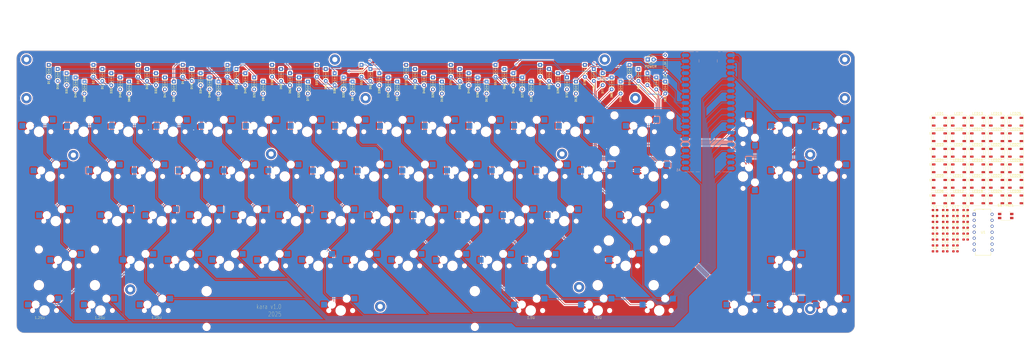
<source format=kicad_pcb>
(kicad_pcb (version 20241229) (generator "pcbnew") (generator_version "9.0")
  (layers (0 "F.Cu" signal) (2 "B.Cu" signal) (13 "F.Paste" user) (15 "B.Paste" user) (5 "F.SilkS" user "F.Silkscreen") (7 "B.SilkS" user "B.Silkscreen") (1 "F.Mask" user) (3 "B.Mask" user) (25 "Edge.Cuts" user))
  (net 0 "")
  (net 1 "GND")
  (net 2 "row0")
  (net 3 "Net-(D1-A)")
  (net 4 "Net-(D2-A)")
  (net 5 "Net-(D3-A)")
  (net 6 "Net-(D4-A)")
  (net 7 "Net-(D5-A)")
  (net 8 "Net-(D6-A)")
  (net 9 "Net-(D7-A)")
  (net 10 "Net-(D8-A)")
  (net 11 "Net-(D9-A)")
  (net 12 "Net-(D10-A)")
  (net 13 "Net-(D11-A)")
  (net 14 "Net-(D12-A)")
  (net 15 "Net-(D13-A)")
  (net 16 "Net-(D14-A)")
  (net 17 "row1")
  (net 18 "Net-(D16-A)")
  (net 19 "Net-(D17-A)")
  (net 20 "Net-(D18-A)")
  (net 21 "Net-(D19-A)")
  (net 22 "Net-(D20-A)")
  (net 23 "Net-(D21-A)")
  (net 24 "Net-(D22-A)")
  (net 25 "Net-(D23-A)")
  (net 26 "Net-(D24-A)")
  (net 27 "Net-(D25-A)")
  (net 28 "Net-(D26-A)")
  (net 29 "Net-(D27-A)")
  (net 30 "Net-(D28-A)")
  (net 31 "Net-(D29-A)")
  (net 32 "Net-(D31-A)")
  (net 33 "row2")
  (net 34 "Net-(D32-A)")
  (net 35 "Net-(D33-A)")
  (net 36 "Net-(D34-A)")
  (net 37 "Net-(D35-A)")
  (net 38 "Net-(D36-A)")
  (net 39 "Net-(D37-A)")
  (net 40 "Net-(D38-A)")
  (net 41 "Net-(D39-A)")
  (net 42 "Net-(D40-A)")
  (net 43 "Net-(D41-A)")
  (net 44 "Net-(D42-A)")
  (net 45 "Net-(D43-A)")
  (net 46 "row3")
  (net 47 "Net-(D45-A)")
  (net 48 "Net-(D46-A)")
  (net 49 "Net-(D47-A)")
  (net 50 "Net-(D48-A)")
  (net 51 "Net-(D49-A)")
  (net 52 "Net-(D50-A)")
  (net 53 "Net-(D51-A)")
  (net 54 "Net-(D52-A)")
  (net 55 "Net-(D53-A)")
  (net 56 "Net-(D54-A)")
  (net 57 "Net-(D55-A)")
  (net 58 "Net-(D56-A)")
  (net 59 "Net-(D59-A)")
  (net 60 "row4")
  (net 61 "Net-(D60-A)")
  (net 62 "Net-(D61-A)")
  (net 63 "Net-(D62-A)")
  (net 64 "Net-(D73-A)")
  (net 65 "Net-(D74-A)")
  (net 66 "col0")
  (net 67 "col1")
  (net 68 "col2")
  (net 69 "col3")
  (net 70 "col4")
  (net 71 "col5")
  (net 72 "col6")
  (net 73 "col7")
  (net 74 "col8")
  (net 75 "col9")
  (net 76 "col10")
  (net 77 "col11")
  (net 78 "col12")
  (net 79 "col13")
  (net 80 "col14")
  (net 81 "Net-(D57-A)")
  (net 82 "+5V")
  (net 83 "VSYS")
  (net 84 "Net-(D72-A)")
  (net 85 "Net-(D75-A)")
  (net 86 "Net-(D76-A)")
  (net 87 "Net-(D77-A)")
  (net 89 "Net-(D78-A)")
  (net 90 "Net-(D79-A)")
  (net 91 "Net-(D80-A)")
  (net 92 "Net-(D81-A)")
  (net 93 "col15")
  (net 96 "Resetbtn")
  (net 98 "ledpin")
  (net 99 "Net-(D82-A)")
  (net 100 "Net-(D83-A)")
  (net 101 "col16")
  (net 104 "led5vout")
  (net 106 "Net-(LED1-DOUT)")
  (net 107 "Net-(LED2-DOUT)")
  (net 108 "Net-(LED3-DOUT)")
  (net 109 "Net-(LED4-DOUT)")
  (net 110 "Net-(LED5-DOUT)")
  (net 111 "Net-(LED6-DOUT)")
  (net 112 "Net-(LED7-DOUT)")
  (net 113 "Net-(LED8-DOUT)")
  (net 114 "Net-(LED10-DIN)")
  (net 115 "Net-(LED10-DOUT)")
  (net 116 "Net-(LED11-DOUT)")
  (net 117 "Net-(LED12-DOUT)")
  (net 118 "Net-(LED13-DOUT)")
  (net 119 "Net-(LED14-DOUT)")
  (net 120 "Net-(LED15-DOUT)")
  (net 121 "Net-(LED16-DOUT)")
  (net 122 "Net-(LED17-DOUT)")
  (net 123 "Net-(LED18-DOUT)")
  (net 124 "Net-(LED19-DOUT)")
  (net 125 "Net-(LED20-DOUT)")
  (net 126 "Net-(LED21-DOUT)")
  (net 127 "Net-(LED22-DOUT)")
  (net 128 "Net-(LED23-DOUT)")
  (net 129 "Net-(LED24-DOUT)")
  (net 130 "Net-(LED25-DOUT)")
  (net 131 "Net-(LED26-DOUT)")
  (net 132 "Net-(LED27-DOUT)")
  (net 133 "Net-(LED28-DOUT)")
  (net 134 "Net-(LED29-DOUT)")
  (net 136 "Net-(LED_5V1-K)")
  (footprint "cftkb:D_DO-35_SOD27_P5.08mm_Horizontal" (layer "F.Cu") (at 67.5 65 -90)
    (property "Reference" "D1")
    (property "Value" "~")
  )
  (footprint "cftkb:D_DO-35_SOD27_P5.08mm_Horizontal" (layer "F.Cu") (at 86.538043 65 -90)
    (property "Reference" "D2")
    (property "Value" "~")
  )
  (footprint "cftkb:D_DO-35_SOD27_P5.08mm_Horizontal" (layer "F.Cu") (at 105.576087 65 -90)
    (property "Reference" "D3")
    (property "Value" "~")
  )
  (footprint "cftkb:D_DO-35_SOD27_P5.08mm_Horizontal" (layer "F.Cu") (at 124.61413 65 -90)
    (property "Reference" "D4")
    (property "Value" "~")
  )
  (footprint "cftkb:D_DO-35_SOD27_P5.08mm_Horizontal" (layer "F.Cu") (at 139.844565 72.15 -90)
    (property "Reference" "D5")
    (property "Value" "~")
  )
  (footprint "cftkb:D_DO-35_SOD27_P5.08mm_Horizontal" (layer "F.Cu") (at 158.882609 72.15 -90)
    (property "Reference" "D6")
    (property "Value" "~")
  )
  (footprint "cftkb:D_DO-35_SOD27_P5.08mm_Horizontal" (layer "F.Cu") (at 177.920652 72.15 -90)
    (property "Reference" "D7")
    (property "Value" "~")
  )
  (footprint "cftkb:D_DO-35_SOD27_P5.08mm_Horizontal" (layer "F.Cu") (at 196.958696 72.15 -90)
    (property "Reference" "D8")
    (property "Value" "~")
  )
  (footprint "cftkb:D_DO-35_SOD27_P5.08mm_Horizontal" (layer "F.Cu") (at 215.996739 72.15 -90)
    (property "Reference" "D9")
    (property "Value" "~")
  )
  (footprint "cftkb:D_DO-35_SOD27_P5.08mm_Horizontal" (layer "F.Cu") (at 235.034783 72.15 -90)
    (property "Reference" "D10")
    (property "Value" "~")
  )
  (footprint "cftkb:D_DO-35_SOD27_P5.08mm_Horizontal" (layer "F.Cu") (at 254.072826 72.15 -90)
    (property "Reference" "D11")
    (property "Value" "~")
  )
  (footprint "cftkb:D_DO-35_SOD27_P5.08mm_Horizontal" (layer "F.Cu") (at 273.11087 72.15 -90)
    (property "Reference" "D12")
    (property "Value" "~")
  )
  (footprint "cftkb:D_DO-35_SOD27_P5.08mm_Horizontal" (layer "F.Cu") (at 292.148913 72.15 -90)
    (property "Reference" "D13")
    (property "Value" "~")
  )
  (footprint "cftkb:D_DO-35_SOD27_P5.08mm_Horizontal" (layer "F.Cu") (at 314.994565 65 -90)
    (property "Reference" "D14")
    (property "Value" "~")
  )
  (footprint "cftkb:D_DO-35_SOD27_P5.08mm_Horizontal" (layer "F.Cu") (at 71.307609 66.7875 -90)
    (property "Reference" "D16")
    (property "Value" "~")
  )
  (footprint "cftkb:D_DO-35_SOD27_P5.08mm_Horizontal" (layer "F.Cu") (at 90.345652 66.7875 -90)
    (property "Reference" "D17")
    (property "Value" "~")
  )
  (footprint "cftkb:D_DO-35_SOD27_P5.08mm_Horizontal" (layer "F.Cu") (at 109.383696 66.7875 -90)
    (property "Reference" "D18")
    (property "Value" "~")
  )
  (footprint "cftkb:D_DO-35_SOD27_P5.08mm_Horizontal" (layer "F.Cu") (at 128.421739 66.7875 -90)
    (property "Reference" "D19")
    (property "Value" "~")
  )
  (footprint "cftkb:D_DO-35_SOD27_P5.08mm_Horizontal" (layer "F.Cu") (at 143.652174 65 -90)
    (property "Reference" "D20")
    (property "Value" "~")
  )
  (footprint "cftkb:D_DO-35_SOD27_P5.08mm_Horizontal" (layer "F.Cu") (at 155.075 70.3625 -90)
    (property "Reference" "D21")
    (property "Value" "~")
  )
  (footprint "cftkb:D_DO-35_SOD27_P5.08mm_Horizontal" (layer "F.Cu") (at 174.113043 70.3625 -90)
    (property "Reference" "D22")
    (property "Value" "~")
  )
  (footprint "cftkb:D_DO-35_SOD27_P5.08mm_Horizontal" (layer "F.Cu") (at 193.151087 70.3625 -90)
    (property "Reference" "D23")
    (property "Value" "~")
  )
  (footprint "cftkb:D_DO-35_SOD27_P5.08mm_Horizontal" (layer "F.Cu") (at 212.18913 70.3625 -90)
    (property "Reference" "D24")
    (property "Value" "~")
  )
  (footprint "cftkb:D_DO-35_SOD27_P5.08mm_Horizontal" (layer "F.Cu") (at 231.227174 70.3625 -90)
    (property "Reference" "D25")
    (property "Value" "~")
  )
  (footprint "cftkb:D_DO-35_SOD27_P5.08mm_Horizontal" (layer "F.Cu") (at 250.265217 70.3625 -90)
    (property "Reference" "D26")
    (property "Value" "~")
  )
  (footprint "cftkb:D_DO-35_SOD27_P5.08mm_Horizontal" (layer "F.Cu") (at 269.303261 70.3625 -90)
    (property "Reference" "D27")
    (property "Value" "~")
  )
  (footprint "cftkb:D_DO-35_SOD27_P5.08mm_Horizontal" (layer "F.Cu") (at 280.726087 66.7875 -90)
    (property "Reference" "D28")
    (property "Value" "~")
  )
  (footprint "cftkb:D_DO-35_SOD27_P5.08mm_Horizontal" (layer "F.Cu") (at 284.533696 68.575 -90)
    (property "Reference" "D29")
    (property "Value" "~")
  )
  (footprint "cftkb:D_DO-35_SOD27_P5.08mm_Horizontal" (layer "F.Cu") (at 75.115217 68.575 -90)
    (property "Reference" "D31")
    (property "Value" "~")
  )
  (footprint "cftkb:D_DO-35_SOD27_P5.08mm_Horizontal" (layer "F.Cu") (at 94.153261 68.575 -90)
    (property "Reference" "D32")
    (property "Value" "~")
  )
  (footprint "cftkb:D_DO-35_SOD27_P5.08mm_Horizontal" (layer "F.Cu") (at 113.191304 68.575 -90)
    (property "Reference" "D33")
    (property "Value" "~")
  )
  (footprint "cftkb:D_DO-35_SOD27_P5.08mm_Horizontal" (layer "F.Cu") (at 132.229348 68.575 -90)
    (property "Reference" "D34")
    (property "Value" "~")
  )
  (footprint "cftkb:D_DO-35_SOD27_P5.08mm_Horizontal" (layer "F.Cu") (at 147.459783 66.7875 -90)
    (property "Reference" "D35")
    (property "Value" "~")
  )
  (footprint "cftkb:D_DO-35_SOD27_P5.08mm_Horizontal" (layer "F.Cu") (at 162.690217 65 -90)
    (property "Reference" "D36")
    (property "Value" "~")
  )
  (footprint "cftkb:D_DO-35_SOD27_P5.08mm_Horizontal" (layer "F.Cu") (at 181.728261 65 -90)
    (property "Reference" "D37")
    (property "Value" "~")
  )
  (footprint "cftkb:D_DO-35_SOD27_P5.08mm_Horizontal" (layer "F.Cu") (at 189.343478 68.575 -90)
    (property "Reference" "D38")
    (property "Value" "~")
  )
  (footprint "cftkb:D_DO-35_SOD27_P5.08mm_Horizontal" (layer "F.Cu") (at 208.381522 68.575 -90)
    (property "Reference" "D39")
    (property "Value" "~")
  )
  (footprint "cftkb:D_DO-35_SOD27_P5.08mm_Horizontal" (layer "F.Cu") (at 227.419565 68.575 -90)
    (property "Reference" "D40")
    (property "Value" "~")
  )
  (footprint "cftkb:D_DO-35_SOD27_P5.08mm_Horizontal" (layer "F.Cu") (at 246.457609 68.575 -90)
    (property "Reference" "D41")
    (property "Value" "~")
  )
  (footprint "cftkb:D_DO-35_SOD27_P5.08mm_Horizontal" (layer "F.Cu") (at 265.495652 68.575 -90)
    (property "Reference" "D42")
    (property "Value" "~")
  )
  (footprint "cftkb:D_DO-35_SOD27_P5.08mm_Horizontal" (layer "F.Cu") (at 276.918478 65 -90)
    (property "Reference" "D43")
    (property "Value" "~")
  )
  (footprint "cftkb:D_DO-35_SOD27_P5.08mm_Horizontal" (layer "F.Cu") (at 78.922826 70.3625 -90)
    (property "Reference" "D45")
    (property "Value" "~")
  )
  (footprint "cftkb:D_DO-35_SOD27_P5.08mm_Horizontal" (layer "F.Cu") (at 97.96087 70.3625 -90)
    (property "Reference" "D46")
    (property "Value" "~")
  )
  (footprint "cftkb:D_DO-35_SOD27_P5.08mm_Horizontal" (layer "F.Cu") (at 116.998913 70.3625 -90)
    (property "Reference" "D47")
    (property "Value" "~")
  )
  (footprint "cftkb:D_DO-35_SOD27_P5.08mm_Horizontal" (layer "F.Cu") (at 136.036957 70.3625 -90)
    (property "Reference" "D48")
    (property "Value" "~")
  )
  (footprint "cftkb:D_DO-35_SOD27_P5.08mm_Horizontal" (layer "F.Cu") (at 151.267391 68.575 -90)
    (property "Reference" "D49")
    (property "Value" "~")
  )
  (footprint "cftkb:D_DO-35_SOD27_P5.08mm_Horizontal" (layer "F.Cu") (at 166.497826 66.7875 -90)
    (property "Reference" "D50")
    (property "Value" "~")
  )
  (footprint "cftkb:D_DO-35_SOD27_P5.08mm_Horizontal" (layer "F.Cu") (at 185.53587 66.7875 -90)
    (property "Reference" "D51")
    (property "Value" "~")
  )
  (footprint "cftkb:D_DO-35_SOD27_P5.08mm_Horizontal" (layer "F.Cu") (at 200.766304 65 -90)
    (property "Reference" "D52")
    (property "Value" "~")
  )
  (footprint "cftkb:D_DO-35_SOD27_P5.08mm_Horizontal" (layer "F.Cu") (at 204.573913 66.7875 -90)
    (property "Reference" "D53")
    (property "Value" "~")
  )
  (footprint "cftkb:D_DO-35_SOD27_P5.08mm_Horizontal" (layer "F.Cu") (at 223.611957 66.7875 -90)
    (property "Reference" "D54")
    (property "Value" "~")
  )
  (footprint "cftkb:D_DO-35_SOD27_P5.08mm_Horizontal" (layer "F.Cu") (at 242.65 66.7875 -90)
    (property "Reference" "D55")
    (property "Value" "~")
  )
  (footprint "cftkb:D_DO-35_SOD27_P5.08mm_Horizontal" (layer "F.Cu") (at 261.688043 66.7875 -90)
    (property "Reference" "D56")
    (property "Value" "~")
  )
  (footprint "cftkb:D_DO-35_SOD27_P5.08mm_Horizontal" (layer "F.Cu") (at 82.730435 72.15 -90)
    (property "Reference" "D59")
    (property "Value" "~")
  )
  (footprint "cftkb:D_DO-35_SOD27_P5.08mm_Horizontal" (layer "F.Cu") (at 101.768478 72.15 -90)
    (property "Reference" "D60")
    (property "Value" "~")
  )
  (footprint "cftkb:D_DO-35_SOD27_P5.08mm_Horizontal" (layer "F.Cu") (at 120.806522 72.15 -90)
    (property "Reference" "D61")
    (property "Value" "~")
  )
  (footprint "cftkb:D_DO-35_SOD27_P5.08mm_Horizontal" (layer "F.Cu") (at 170.305435 68.575 -90)
    (property "Reference" "D62")
    (property "Value" "~")
  )
  (footprint "cftkb:D_DO-35_SOD27_P5.08mm_Horizontal" (layer "F.Cu") (at 219.804348 65 -90)
    (property "Reference" "D73")
    (property "Value" "~")
  )
  (footprint "cftkb:D_DO-35_SOD27_P5.08mm_Horizontal" (layer "F.Cu") (at 238.842391 65 -90)
    (property "Reference" "D74")
    (property "Value" "~")
  )
  (footprint "cftkb:LED_D3.0mm" (layer "F.Cu") (at 322.725 64)
    (property "Reference" "LED_5V1")
    (property "Value" "POWER")
  )
  (footprint "cftkb:R_Axial_DIN0204_L3.6mm_D1.6mm_P7.62mm_Horizontal" (layer "F.Cu") (at 330.225 62.19 -90)
    (property "Reference" "R6")
    (property "Value" "1.5K")
  )
  (footprint "Capacitor_SMD:C_0603_1608Metric_Pad1.08x0.95mm_HandSolder" (layer "F.Cu") (at 445.185 130.675)
    (property "Reference" "C2")
    (property "Value" "100nF 0603")
  )
  (footprint "cftkb:D_DO-35_SOD27_P5.08mm_Horizontal" (layer "F.Cu") (at 322.609783 68.575 -90)
    (property "Reference" "D79")
    (property "Value" "~")
  )
  (footprint "LED_SMD:LED_WS2812B_PLCC4_5.0x5.0mm_P3.2mm" (layer "F.Cu") (at 447.07 116.98)
    (property "Reference" "LED5")
    (property "Value" "WS2812B")
  )
  (footprint "Capacitor_SMD:C_0603_1608Metric_Pad1.08x0.95mm_HandSolder" (layer "F.Cu") (at 453.885 143.225)
    (property "Reference" "C23")
    (property "Value" "100nF 0603")
  )
  (footprint "LED_SMD:LED_WS2812B_PLCC4_5.0x5.0mm_P3.2mm" (layer "F.Cu") (at 463.31 103.74)
    (property "Reference" "LED15")
    (property "Value" "WS2812B")
  )
  (footprint "LED_SMD:LED_WS2812B_PLCC4_5.0x5.0mm_P3.2mm" (layer "F.Cu") (at 479.55 116.98)
    (property "Reference" "LED29")
    (property "Value" "WS2812B")
  )
  (footprint "Capacitor_SMD:C_0603_1608Metric_Pad1.08x0.95mm_HandSolder" (layer "F.Cu") (at 445.185 140.715)
    (property "Reference" "C6")
    (property "Value" "100nF 0603")
  )
  (footprint "footprints:N14" (layer "F.Cu") (at 469.5079 145.2027)
    (property "Reference" "U1")
    (property "Value" "SN74AHCT125N")
  )
  (footprint "LED_SMD:LED_WS2812B_PLCC4_5.0x5.0mm_P3.2mm" (layer "F.Cu") (at 479.55 97.12)
    (property "Reference" "LED26")
    (property "Value" "WS2812B")
  )
  (footprint "cftkb:D_DO-35_SOD27_P5.08mm_Horizontal" (layer "F.Cu") (at 326.417391 70.3625 -90)
    (property "Reference" "D75")
    (property "Value" "~")
  )
  (footprint "MountingHole:MountingHole_2.2mm_M2_Pad" (layer "F.Cu") (at 189.423912 64)
    (property "Reference" "REF**")
    (property "Value" "MountingHole_2.2mm_M2_Pad")
  )
  (footprint "Capacitor_SMD:C_0603_1608Metric_Pad1.08x0.95mm_HandSolder" (layer "F.Cu") (at 458.235 140.715)
    (property "Reference" "C30")
    (property "Value" "100nF 0603")
  )
  (footprint "" (layer "F.Cu") (at 346.5 81.5)
    (property "Reference" "")
    (property "Value" "")
  )
  (footprint "Capacitor_SMD:C_0603_1608Metric_Pad1.08x0.95mm_HandSolder" (layer "F.Cu") (at 453.885 135.695)
    (property "Reference" "C20")
    (property "Value" "100nF 0603")
  )
  (footprint "" (layer "F.Cu") (at 406.75 64.75)
    (property "Reference" "")
    (property "Value" "")
  )
  (footprint "Capacitor_SMD:C_0603_1608Metric_Pad1.08x0.95mm_HandSolder" (layer "F.Cu") (at 449.535 130.675)
    (property "Reference" "C10")
    (property "Value" "100nF 0603")
  )
  (footprint "Capacitor_SMD:C_0603_1608Metric_Pad1.08x0.95mm_HandSolder" (layer "F.Cu") (at 449.535 135.695)
    (property "Reference" "C12")
    (property "Value" "100nF 0603")
  )
  (footprint "LED_SMD:LED_WS2812B_PLCC4_5.0x5.0mm_P3.2mm" (layer "F.Cu") (at 455.19 103.74)
    (property "Reference" "LED9")
    (property "Value" "WS2812B")
  )
  (footprint "MountingHole:MountingHole_2.2mm_M2_Pad" (layer "F.Cu") (at 58 80.5)
    (property "Reference" "REF**")
    (property "Value" "MountingHole_2.2mm_M2_Pad")
  )
  (footprint "" (layer "F.Cu") (at 293.75 104.25)
    (property "Reference" "")
    (property "Value" "")
  )
  (footprint "cftkb:D_DO-35_SOD27_P5.08mm_Horizontal" (layer "F.Cu") (at 299.76413 66.7875 -90)
    (property "Reference" "D81")
    (property "Value" "~")
  )
  (footprint "Capacitor_SMD:C_0603_1608Metric_Pad1.08x0.95mm_HandSolder" (layer "F.Cu") (at 449.535 133.185)
    (property "Reference" "C11")
    (property "Value" "100nF 0603")
  )
  (footprint "cftkb:D_DO-35_SOD27_P5.08mm_Horizontal" (layer "F.Cu") (at 307.379348 70.3625 -90)
    (property "Reference" "D83")
    (property "Value" "~")
  )
  (footprint "LED_SMD:LED_WS2812B_PLCC4_5.0x5.0mm_P3.2mm" (layer "F.Cu") (at 455.19 110.36)
    (property "Reference" "LED10")
    (property "Value" "WS2812B")
  )
  (footprint "Capacitor_SMD:C_0603_1608Metric_Pad1.08x0.95mm_HandSolder" (layer "F.Cu") (at 449.535 143.225)
    (property "Reference" "C15")
    (property "Value" "100nF 0603")
  )
  (footprint "" (layer "F.Cu") (at 65.5 64)
    (property "Reference" "")
    (property "Value" "")
  )
  (footprint "Button_Switch_SMD:Panasonic_EVQPUM_EVQPUD" (layer "F.Cu") (at 475.305 130.685)
    (property "Reference" "SW-RST1")
    (property "Value" "EVQ")
  )
  (footprint "LED_SMD:LED_WS2812B_PLCC4_5.0x5.0mm_P3.2mm" (layer "F.Cu") (at 447.07 110.36)
    (property "Reference" "LED4")
    (property "Value" "WS2812B")
  )
  (footprint "Capacitor_SMD:C_0603_1608Metric_Pad1.08x0.95mm_HandSolder" (layer "F.Cu") (at 453.885 145.735)
    (property "Reference" "C24")
    (property "Value" "100nF 0603")
  )
  (footprint "" (layer "F.Cu") (at 406.75 81.25)
    (property "Reference" "")
    (property "Value" "")
  )
  (footprint "LED_SMD:LED_WS2812B_PLCC4_5.0x5.0mm_P3.2mm" (layer "F.Cu") (at 447.07 103.74)
    (property "Reference" "LED3")
    (property "Value" "WS2812B")
  )
  (footprint "Capacitor_SMD:C_0603_1608Metric_Pad1.08x0.95mm_HandSolder" (layer "F.Cu") (at 449.535 138.205)
    (property "Reference" "C13")
    (property "Value" "100nF 0603")
  )
  (footprint "LED_SMD:LED_WS2812B_PLCC4_5.0x5.0mm_P3.2mm" (layer "F.Cu") (at 479.55 103.74)
    (property "Reference" "LED27")
    (property "Value" "WS2812B")
  )
  (footprint "Capacitor_SMD:C_0603_1608Metric_Pad1.08x0.95mm_HandSolder" (layer "F.Cu") (at 453.885 140.715)
    (property "Reference" "C22")
    (property "Value" "100nF 0603")
  )
  (footprint "LED_SMD:LED_WS2812B_PLCC4_5.0x5.0mm_P3.2mm" (layer "F.Cu") (at 471.43 97.12)
    (property "Reference" "LED20")
    (property "Value" "WS2812B")
  )
  (footprint "LED_SMD:LED_WS2812B_PLCC4_5.0x5.0mm_P3.2mm" (layer "F.Cu") (at 447.07 97.12)
    (property "Reference" "LED2")
    (property "Value" "WS2812B")
  )
  (footprint "Capacitor_SMD:C_0603_1608Metric_Pad1.08x0.95mm_HandSolder" (layer "F.Cu") (at 445.185 135.695)
    (property "Reference" "C4")
    (property "Value" "100nF 0603")
  )
  (footprint "Capacitor_SMD:C_0603_1608Metric_Pad1.08x0.95mm_HandSolder" (layer "F.Cu") (at 458.235 138.205)
    (property "Reference" "C29")
    (property "Value" "100nF 0603")
  )
  (footprint "Capacitor_SMD:C_0603_1608Metric_Pad1.08x0.95mm_HandSolder" (layer "F.Cu") (at 449.535 128.165)
    (property "Reference" "C9")
    (property "Value" "100nF 0603")
  )
  (footprint "LED_SMD:LED_WS2812B_PLCC4_5.0x5.0mm_P3.2mm" (layer "F.Cu") (at 463.31 116.98)
    (property "Reference" "LED17")
    (property "Value" "WS2812B")
  )
  (footprint "cftkb:D_DO-35_SOD27_P5.08mm_Horizontal" (layer "F.Cu") (at 257.880435 65 -90)
    (property "Reference" "D57")
    (property "Value" "~")
  )
  (footprint "LED_SMD:LED_WS2812B_PLCC4_5.0x5.0mm_P3.2mm" (layer "F.Cu") (at 479.55 123.6)
    (property "Reference" "LED30")
    (property "Value" "WS2812B")
  )
  (footprint "" (layer "F.Cu") (at 231.5 81.5)
    (property "Reference" "")
    (property "Value" "")
  )
  (footprint "LED_SMD:LED_WS2812B_PLCC4_5.0x5.0mm_P3.2mm" (layer "F.Cu") (at 455.19 123.6)
    (property "Reference" "LED12")
    (property "Value" "WS2812B")
  )
  (footprint "" (layer "F.Cu") (at 301 161)
    (property "Reference" "")
    (property "Value" "")
  )
  (footprint "LED_SMD:LED_WS2812B_PLCC4_5.0x5.0mm_P3.2mm" (layer "F.Cu") (at 471.43 123.6)
    (property "Reference" "LED24")
    (property "Value" "WS2812B")
  )
  (footprint "" (layer "F.Cu") (at 109.75 162)
    (property "Reference" "")
    (property "Value" "")
  )
  (footprint "LED_SMD:LED_WS2812B_PLCC4_5.0x5.0mm_P3.2mm" (layer "F.Cu") (at 447.07 123.6)
    (property "Reference" "LED6")
    (property "Value" "WS2812B")
  )
  (footprint "Capacitor_SMD:C_0603_1608Metric_Pad1.08x0.95mm_HandSolder" (layer "F.Cu") (at 453.885 130.675)
    (property "Reference" "C18")
    (property "Value" "100nF 0603")
  )
  (footprint "Capacitor_SMD:C_0603_1608Metric_Pad1.08x0.95mm_HandSolder" (layer "F.Cu") (at 445.185 128.165)
    (property "Reference" "C1")
    (property "Value" "100nF 0603")
  )
  (footprint "cftkb:D_DO-35_SOD27_P5.08mm_Horizontal" (layer "F.Cu") (at 330.225 72.15 -90)
    (property "Reference" "D82")
    (property "Value" "~")
  )
  (footprint "Capacitor_SMD:C_0603_1608Metric_Pad1.08x0.95mm_HandSolder" (layer "F.Cu") (at 458.235 135.695)
    (property "Reference" "C28")
    (property "Value" "100nF 0603")
  )
  (footprint "cftkb:D_DO-35_SOD27_P5.08mm_Horizontal" (layer "F.Cu") (at 311.186957 72.15 -90)
    (property "Reference" "D76")
    (property "Value" "~")
  )
  (footprint "cftkb:D_DO-35_SOD27_P5.08mm_Horizontal" (layer "F.Cu") (at 303.571739 68.575 -90)
    (property "Reference" "D77")
    (property "Value" "~")
  )
  (footprint "cftkb:D_DO-35_SOD27_P5.08mm_Horizontal" (layer "F.Cu") (at 288.341304 70.3625 -90)
    (property "Reference" "D72")
    (property "Value" "~")
  )
  (footprint "LED_SMD:LED_WS2812B_PLCC4_5.0x5.0mm_P3.2mm" (layer "F.Cu") (at 479.55 110.36)
    (property "Reference" "LED28")
    (property "Value" "WS2812B")
  )
  (footprint "LED_SMD:LED_WS2812B_PLCC4_5.0x5.0mm_P3.2mm" (layer "F.Cu") (at 455.19 97.12)
    (property "Reference" "LED8")
    (property "Value" "WS2812B")
  )
  (footprint "LED_SMD:LED_WS2812B_PLCC4_5.0x5.0mm_P3.2mm" (layer "F.Cu") (at 463.31 90.5)
    (property "Reference" "LED13")
    (property "Value" "WS2812B")
  )
  (footprint "LED_SMD:LED_WS2812B_PLCC4_5.0x5.0mm_P3.2mm" (layer "F.Cu") (at 471.43 103.74)
    (property "Reference" "LED21")
    (property "Value" "WS2812B")
  )
  (footprint "" (layer "F.Cu") (at 399.5 104.5)
    (property "Reference" "")
    (property "Value" "")
  )
  (footprint "" (layer "F.Cu") (at 169.75 104.25)
    (property "Reference" "")
    (property "Value" "")
  )
  (footprint "Capacitor_SMD:C_0603_1608Metric_Pad1.08x0.95mm_HandSolder" (layer "F.Cu") (at 445.185 133.185)
    (property "Reference" "C3")
    (property "Value" "100nF 0603")
  )
  (footprint "Capacitor_SMD:C_0603_1608Metric_Pad1.08x0.95mm_HandSolder" (layer "F.Cu") (at 453.885 133.185)
    (property "Reference" "C19")
    (property "Value" "100nF 0603")
  )
  (footprint "Capacitor_SMD:C_0603_1608Metric_Pad1.08x0.95mm_HandSolder" (layer "F.Cu") (at 445.185 138.205)
    (property "Reference" "C5")
    (property "Value" "100nF 0603")
  )
  (footprint "Capacitor_SMD:C_0603_1608Metric_Pad1.08x0.95mm_HandSolder" (layer "F.Cu") (at 445.185 143.225)
    (property "Reference" "C7")
    (property "Value" "100nF 0603")
  )
  (footprint "Capacitor_SMD:C_0603_1608Metric_Pad1.08x0.95mm_HandSolder" (layer "F.Cu") (at 449.535 140.715)
    (property "Reference" "C14")
    (property "Value" "100nF 0603")
  )
  (footprint "LED_SMD:LED_WS2812B_PLCC4_5.0x5.0mm_P3.2mm" (layer "F.Cu") (at 479.55 90.5)
    (property "Reference" "LED25")
    (property "Value" "WS2812B")
  )
  (footprint "LED_SMD:LED_WS2812B_PLCC4_5.0x5.0mm_P3.2mm" (layer "F.Cu") (at 471.43 110.36)
    (property "Reference" "LED22")
    (property "Value" "WS2812B")
  )
  (footprint "Capacitor_SMD:C_0603_1608Metric_Pad1.08x0.95mm_HandSolder" (layer "F.Cu") (at 445.185 145.735)
    (property "Reference" "C8")
    (property "Value" "100nF 0603")
  )
  (footprint "LED_SMD:LED_WS2812B_PLCC4_5.0x5.0mm_P3.2mm" (layer "F.Cu") (at 463.31 110.36)
    (property "Reference" "LED16")
    (property "Value" "WS2812B")
  )
  (footprint "Capacitor_SMD:C_0603_1608Metric_Pad1.08x0.95mm_HandSolder" (layer "F.Cu") (at 453.885 128.165)
    (property "Reference" "C17")
    (property "Value" "100nF 0603")
  )
  (footprint "cftkb:D_DO-35_SOD27_P5.08mm_Horizontal" (layer "F.Cu") (at 295.956522 65 -90)
    (property "Reference" "D78")
    (property "Value" "~")
  )
  (footprint "LED_SMD:LED_WS2812B_PLCC4_5.0x5.0mm_P3.2mm" (layer "F.Cu") (at 463.31 97.12)
    (property "Reference" "LED14")
    (property "Value" "WS2812B")
  )
  (footprint "Capacitor_SMD:C_0603_1608Metric_Pad1.08x0.95mm_HandSolder" (layer "F.Cu") (at 458.235 133.185)
    (property "Reference" "C27")
    (property "Value" "100nF 0603")
  )
  (footprint "LED_SMD:LED_WS2812B_PLCC4_5.0x5.0mm_P3.2mm" (layer "F.Cu") (at 471.43 90.5)
    (property "Reference" "LED19")
    (property "Value" "WS2812B")
  )
  (footprint "Capacitor_SMD:C_0603_1608Metric_Pad1.08x0.95mm_HandSolder" (layer "F.Cu") (at 449.535 145.735)
    (property "Reference" "C16")
    (property "Value" "100nF 0603")
  )
  (footprint "LED_SMD:LED_WS2812B_PLCC4_5.0x5.0mm_P3.2mm" (layer "F.Cu") (at 455.19 116.98)
    (property "Reference" "LED11")
    (property "Value" "WS2812B")
  )
  (footprint "LED_SMD:LED_WS2812B_PLCC4_5.0x5.0mm_P3.2mm" (layer "F.Cu") (at 463.31 123.6)
    (property "Reference" "LED18")
    (property "Value" "WS2812B")
  )
  (footprint "Capacitor_SMD:C_0603_1608Metric_Pad1.08x0.95mm_HandSolder" (layer "F.Cu") (at 458.235 128.165)
    (property "Reference" "C25")
    (property "Value" "100nF 0603")
  )
  (footprint "LED_SMD:LED_WS2812B_PLCC4_5.0x5.0mm_P3.2mm" (layer "F.Cu") (at 471.43 116.98)
    (property "Reference" "LED23")
    (property "Value" "WS2812B")
  )
  (footprint "LED_SMD:LED_WS2812B_PLCC4_5.0x5.0mm_P3.2mm" (layer "F.Cu") (at 455.19 90.5)
    (property "Reference" "LED7")
    (property "Value" "WS2812B")
  )
  (footprint "" (layer "F.Cu") (at 216.25 169.25)
    (property "Reference" "")
    (property "Value" "")
  )
  (footprint "LED_SMD:LED_WS2812B_PLCC4_5.0x5.0mm_P3.2mm" (layer "F.Cu") (at 447.07 90.5)
    (property "Reference" "LED1")
    (property "Value" "WS2812B")
  )
  (footprint "MountingHole:MountingHole_2.2mm_M2_Pad" (layer "F.Cu") (at 304.423912 64)
    (property "Reference" "REF**")
    (property "Value" "MountingHole_2.2mm_M2_Pad")
  )
  (footprint "cftkb:D_DO-35_SOD27_P5.08mm_Horizontal" (layer "F.Cu") (at 318.802174 66.7875 -90)
    (property "Reference" "D80")
    (property "Value" "~")
  )
  (footprint "" (layer "F.Cu") (at 85.5 104.75)
    (property "Reference" "")
    (property "Value" "")
  )
  (footprint "" (layer "F.Cu") (at 399.5 170.25)
    (property "Reference" "")
    (property "Value" "")
  )
  (footprint "Capacitor_SMD:C_0603_1608Metric_Pad1.08x0.95mm_HandSolder" (layer "F.Cu") (at 458.235 130.675)
    (property "Reference" "C26")
    (property "Value" "100nF 0603")
  )
  (footprint "Capacitor_SMD:C_0603_1608Metric_Pad1.08x0.95mm_HandSolder" (layer "F.Cu") (at 453.885 138.205)
    (property "Reference" "C21")
    (property "Value" "100nF 0603")
  )
  (footprint "MX_Hotswap:MX-Hotswap-1U" (layer "B.Cu") (at 63.34125 94.77375 180)
    (property "Reference" "SW1")
    (property "Value" "KEYSW")
  )
  (footprint "MX_Hotswap:MX-Hotswap-1U" (layer "B.Cu") (at 82.39125 94.77375 180)
    (property "Reference" "SW2")
    (property "Value" "KEYSW")
  )
  (footprint "MX_Hotswap:MX-Hotswap-1U" (layer "B.Cu") (at 101.44125 94.77375 180)
    (property "Reference" "SW3")
    (property "Value" "KEYSW")
  )
  (footprint "MX_Hotswap:MX-Hotswap-1U" (layer "B.Cu") (at 120.49125 94.77375 180)
    (property "Reference" "SW4")
    (property "Value" "KEYSW")
  )
  (footprint "MX_Hotswap:MX-Hotswap-1U" (layer "B.Cu") (at 139.54125 94.77375 180)
    (property "Reference" "SW5")
    (property "Value" "KEYSW")
  )
  (footprint "MX_Hotswap:MX-Hotswap-1U" (layer "B.Cu") (at 158.59125 94.77375 180)
    (property "Reference" "SW6")
    (property "Value" "KEYSW")
  )
  (footprint "MX_Hotswap:MX-Hotswap-1U" (layer "B.Cu") (at 177.64125 94.77375 180)
    (property "Reference" "SW7")
    (property "Value" "KEYSW")
  )
  (footprint "MX_Hotswap:MX-Hotswap-1U" (layer "B.Cu") (at 196.69125 94.77375 180)
    (property "Reference" "SW8")
    (property "Value" "KEYSW")
  )
  (footprint "MX_Hotswap:MX-Hotswap-1U" (layer "B.Cu") (at 215.74125 94.77375 180)
    (property "Reference" "SW9")
    (property "Value" "KEYSW")
  )
  (footprint "MX_Hotswap:MX-Hotswap-1U" (layer "B.Cu") (at 234.79125 94.77375 180)
    (property "Reference" "SW10")
    (property "Value" "KEYSW")
  )
  (footprint "MX_Hotswap:MX-Hotswap-1U" (layer "B.Cu") (at 253.84125 94.77375 180)
    (property "Reference" "SW11")
    (property "Value" "KEYSW")
  )
  (footprint "MX_Hotswap:MX-Hotswap-1U" (layer "B.Cu") (at 272.89125 94.77375 180)
    (property "Reference" "SW12")
    (property "Value" "KEYSW")
  )
  (footprint "MX_Hotswap:MX-Hotswap-1U" (layer "B.Cu") (at 291.94125 94.77375 180)
    (property "Reference" "SW13")
    (property "Value" "KEYSW")
  )
  (footprint "MX_Hotswap:MX-Hotswap-1U" (layer "B.Cu") (at 91.91625 113.82375 180)
    (property "Reference" "SW17")
    (property "Value" "KEYSW")
  )
  (footprint "MX_Hotswap:MX-Hotswap-1U" (layer "B.Cu") (at 110.96625 113.82375 180)
    (property "Reference" "SW18")
    (property "Value" "KEYSW")
  )
  (footprint "MX_Hotswap:MX-Hotswap-1U" (layer "B.Cu") (at 130.01625 113.82375 180)
    (property "Reference" "SW19")
    (property "Value" "KEYSW")
  )
  (footprint "MX_Hotswap:MX-Hotswap-1U" (layer "B.Cu") (at 149.06625 113.82375 180)
    (property "Reference" "SW20")
    (property "Value" "KEYSW")
  )
  (footprint "MX_Hotswap:MX-Hotswap-1U" (layer "B.Cu") (at 168.11625 113.82375 180)
    (property "Reference" "SW21")
    (property "Value" "KEYSW")
  )
  (footprint "MX_Hotswap:MX-Hotswap-1U" (layer "B.Cu") (at 187.16625 113.82375 180)
    (property "Reference" "SW22")
    (property "Value" "KEYSW")
  )
  (footprint "MX_Hotswap:MX-Hotswap-1U" (layer "B.Cu") (at 206.21625 113.82375 180)
    (property "Reference" "SW23")
    (property "Value" "KEYSW")
  )
  (footprint "MX_Hotswap:MX-Hotswap-1U" (layer "B.Cu") (at 225.26625 113.82375 180)
    (property "Reference" "SW24")
    (property "Value" "KEYSW")
  )
  (footprint "MX_Hotswap:MX-Hotswap-1U" (layer "B.Cu") (at 244.31625 113.82375 180)
    (property "Reference" "SW25")
    (property "Value" "KEYSW")
  )
  (footprint "MX_Hotswap:MX-Hotswap-1U" (layer "B.Cu") (at 263.36625 113.82375 180)
    (property "Reference" "SW26")
    (property "Value" "KEYSW")
  )
  (footprint "MX_Hotswap:MX-Hotswap-1U" (layer "B.Cu") (at 282.41625 113.82375 180)
    (property "Reference" "SW27")
    (property "Value" "KEYSW")
  )
  (footprint "MX_Hotswap:MX-Hotswap-1U" (layer "B.Cu") (at 301.46625 113.82375 180)
    (property "Reference" "SW28")
    (property "Value" "KEYSW")
  )
  (footprint "MX_Hotswap:MX-Hotswap-1U" (layer "B.Cu") (at 96.67875 132.87375 180)
    (property "Reference" "SW32")
    (property "Value" "KEYSW")
  )
  (footprint "MX_Hotswap:MX-Hotswap-1U" (layer "B.Cu") (at 115.72875 132.87375 180)
    (property "Reference" "SW33")
    (property "Value" "KEYSW")
  )
  (footprint "MX_Hotswap:MX-Hotswap-1U" (layer "B.Cu") (at 134.77875 132.87375 180)
    (property "Reference" "SW34")
    (property "Value" "KEYSW")
  )
  (footprint "MX_Hotswap:MX-Hotswap-1U" (layer "B.Cu") (at 153.82825 132.87375 180)
    (property "Reference" "SW35")
    (property "Value" "KEYSW")
  )
  (footprint "MX_Hotswap:MX-Hotswap-1U" (layer "B.Cu") (at 172.87825 132.87375 180)
    (property "Reference" "SW36")
    (property "Value" "KEYSW")
  )
  (footprint "MX_Hotswap:MX-Hotswap-1U" (layer "B.Cu") (at 191.92825 132.87375 180)
    (property "Reference" "SW37")
    (property "Value" "KEYSW")
  )
  (footprint "MX_Hotswap:MX-Hotswap-1U" (layer "B.Cu") (at 210.97825 132.87375 180)
    (property "Reference" "SW38")
    (property "Value" "KEYSW")
  )
  (footprint "MX_Hotswap:MX-Hotswap-1U" (layer "B.Cu") (at 230.02825 132.87375 180)
    (property "Reference" "SW39")
    (property "Value" "KEYSW")
  )
  (footprint "MX_Hotswap:MX-Hotswap-1U" (layer "B.Cu") (at 249.07825 132.87375 180)
    (property "Reference" "SW40")
    (property "Value" "KEYSW")
  )
  (footprint "MX_Hotswap:MX-Hotswap-1U" (layer "B.Cu") (at 268.12825 132.87375 180)
    (property "Reference" "SW41")
    (property "Value" "KEYSW")
  )
  (footprint "MX_Hotswap:MX-Hotswap-1U" (layer "B.Cu") (at 287.17825 132.87375 180)
    (property "Reference" "SW42")
    (property "Value" "KEYSW")
  )
  (footprint "MX_Hotswap:MX-Hotswap-1U" (layer "B.Cu") (at 106.20375 151.92375 180)
    (property "Reference" "SW46")
    (property "Value" "KEYSW")
  )
  (footprint "MX_Hotswap:MX-Hotswap-1U" (layer "B.Cu") (at 125.25375 151.92375 180)
    (property "Reference" "SW47")
    (property "Value" "KEYSW")
  )
  (footprint "MX_Hotswap:MX-Hotswap-1U" (layer "B.Cu") (at 144.30375 151.92375 180)
    (property "Reference" "SW48")
    (property "Value" "KEYSW")
  )
  (footprint "MX_Hotswap:MX-Hotswap-1U" (layer "B.Cu") (at 163.35425 151.92375 180)
    (property "Reference" "SW49")
    (property "Value" "KEYSW")
  )
  (footprint "MX_Hotswap:MX-Hotswap-1U" (layer "B.Cu") (at 182.40425 151.92375 180)
    (property "Reference" "SW50")
    (property "Value" "KEYSW")
  )
  (footprint "MX_Hotswap:MX-Hotswap-1U" (layer "B.Cu") (at 201.45425 151.92375 180)
    (property "Reference" "SW51")
    (property "Value" "KEYSW")
  )
  (footprint "MX_Hotswap:MX-Hotswap-1U" (layer "B.Cu") (at 220.50425 151.92375 180)
    (property "Reference" "SW52")
    (property "Value" "KEYSW")
  )
  (footprint "MX_Hotswap:MX-Hotswap-1U" (layer "B.Cu") (at 239.55425 151.92375 180)
    (property "Reference" "SW53")
    (property "Value" "KEYSW")
  )
  (footprint "MX_Hotswap:MX-Hotswap-1U" (layer "B.Cu") (at 258.60425 151.92375 180)
    (property "Reference" "SW54")
    (property "Value" "KEYSW")
  )
  (footprint "MX_Hotswap:MX-Hotswap-1U" (layer "B.Cu") (at 277.65425 151.92375 180)
    (property "Reference" "SW55")
    (property "Value" "KEYSW")
  )
  (footprint "MX_Hotswap:MX-Hotswap-7U-ReversedStabilizers" (layer "B.Cu") (at 191.929 170.97375 180)
    (property "Reference" "SW62")
    (property "Value" "KEYSW")
  )
  (footprint "MX_Hotswap:MX-Hotswap-2U" (layer "B.Cu") (at 320.51625 94.77375 180)
    (property "Reference" "SW14")
    (property "Value" "KEYSW")
  )
  (footprint "MX_Hotswap:MX-Hotswap-1.5U" (layer "B.Cu") (at 325.27825 113.82375 180)
    (property "Reference" "SW29")
    (property "Value" "KEYSW")
  )
  (footprint "MX_Hotswap:MX-Hotswap-1.75U" (layer "B.Cu") (at 70.48505 132.86362 180)
    (property "Reference" "SW31")
    (property "Value" "KEYSW")
  )
  (footprint "MX_Hotswap:MX-Hotswap-2.25U" (layer "B.Cu") (at 318.13525 132.87375 180)
    (property "Reference" "SW43")
    (property "Value" "KEYSW")
  )
  (footprint "MX_Hotswap:MX-Hotswap-2.25U" (layer "B.Cu") (at 75.24745 151.92375 180)
    (property "Reference" "SW45")
    (property "Value" "KEYSW")
  )
  (footprint "MX_Hotswap:MX-Hotswap-2.75U" (layer "B.Cu") (at 313.37275 151.92375 180)
    (property "Reference" "SW56")
    (property "Value" "KEYSW")
  )
  (footprint "MX_Hotswap:MX-Hotswap-1.25U" (layer "B.Cu") (at 65.72245 170.96362 180)
    (property "Reference" "SW59")
    (property "Value" "KEYSW")
  )
  (footprint "MX_Hotswap:MX-Hotswap-1.25U" (layer "B.Cu") (at 89.53505 170.97375 180)
    (property "Reference" "SW60")
    (property "Value" "KEYSW")
  )
  (footprint "MX_Hotswap:MX-Hotswap-1.25U" (layer "B.Cu") (at 113.34745 170.96362 180)
    (property "Reference" "SW61")
    (property "Value" "KEYSW")
  )
  (footprint "MX_Hotswap:MX-Hotswap-1.5U" (layer "B.Cu") (at 272.892686 170.97375 180)
    (property "Reference" "SW73")
    (property "Value" "KEYSW")
  )
  (footprint "MX_Hotswap:MX-Hotswap-1.5U" (layer "B.Cu") (at 301.448878 170.97375 180)
    (property "Reference" "SW74")
    (property "Value" "KEYSW")
  )
  (footprint "MX_Hotswap:MX-Hotswap-1.5U" (layer "B.Cu") (at 68.10375 113.82375 180)
    (property "Reference" "SW16")
    (property "Value" "KEYSW")
  )
  (footprint "MX_Hotswap:MX-Hotswap-1U" (layer "B.Cu") (at 363.367628 94.78275 90)
    (property "Reference" "SW82")
    (property "Value" "KEYSW")
  )
  (footprint "MX_Hotswap:MX-Hotswap-1U" (layer "B.Cu") (at 401.467628 113.82375 180)
    (property "Reference" "SW80")
    (property "Value" "KEYSW")
  )
  (footprint "MX_Hotswap:MX-Hotswap-1U" (layer "B.Cu") (at 363.367628 113.83275 90)
    (property "Reference" "SW83")
    (property "Value" "KEYSW")
  )
  (footprint "MX_Hotswap:MX-Hotswap-1U" (layer "B.Cu") (at 401.467628 170.97375 180)
    (property "Reference" "SW81")
    (property "Value" "KEYSW")
  )
  (footprint "MX_Hotswap:MX-Hotswap-1U" (layer "B.Cu") (at 382.417628 113.82375 180)
    (property "Reference" "SW76")
    (property "Value" "KEYSW")
  )
  (footprint "MX_Hotswap:MX-Hotswap-1U" (layer "B.Cu") (at 363.367628 170.97375 180)
    (property "Reference" "SW72")
    (property "Value" "KEYSW")
  )
  (footprint "cftkb:RaspberryPi_CPico" (layer "B.Cu") (at 348.507878 86.288935 180)
    (property "Reference" "A1")
    (property "Value" "RaspberryPi_Pico")
  )
  (footprint "MX_Hotswap:MX-Hotswap-1U" (layer "B.Cu") (at 401.467628 94.77375 180)
    (property "Reference" "SW79")
    (property "Value" "KEYSW")
  )
  (footprint "MX_Hotswap:MX-Hotswap-1U" (layer "B.Cu") (at 382.417628 151.92375 180)
    (property "Reference" "SW77")
    (property "Value" "KEYSW")
  )
  (footprint "MX_Hotswap:MX-Hotswap-1.25U" (layer "B.Cu") (at 327.642628 170.97375 180)
    (property "Reference" "SW57")
    (property "Value" "KEYSW")
  )
  (footprint "MX_Hotswap:MX-Hotswap-1U" (layer "B.Cu") (at 382.417628 170.97375 180)
    (property "Reference" "SW78")
    (property "Value" "KEYSW")
  )
  (footprint "MX_Hotswap:MX-Hotswap-1U" (layer "B.Cu") (at 382.417628 94.77375 180)
    (property "Reference" "SW75")
    (property "Value" "KEYSW")
  )
  (gr_arc (start 57.076441 180.502218) (mid 54.737118 179.535724) (end 53.766382 177.198159) (stroke (width 0.15)) (layer "Edge.Cuts"))
  (gr_arc (start 411 177.19516) (mid 410.031401 179.533644) (end 407.692941 180.502219) (stroke (width 0.15)) (layer "Edge.Cuts"))
  (gr_arc (start 407.692941 60.19475) (mid 410.037843 61.169845) (end 411 63.520085) (stroke (width 0.15)) (layer "Edge.Cuts"))
  (gr_arc (start 53.766382 63.501809) (mid 54.734996 61.163374) (end 57.073441 60.19475) (stroke (width 0.15)) (layer "Edge.Cuts"))
  (gr_line (start 407.692941 180.502219) (end 57.076441 180.502219) (stroke (width 0.15)) (layer "Edge.Cuts"))
  (gr_line (start 411 63.520085) (end 411 177.19516) (stroke (width 0.15)) (layer "Edge.Cuts"))
  (gr_line (start 53.766382 177.198159) (end 53.766382 63.501809) (stroke (width 0.15)) (layer "Edge.Cuts"))
  (gr_line (start 57.073441 60.19475) (end 407.6929 60.19475) (stroke (width 0.15)) (layer "Edge.Cuts"))
  (gr_text "1.25U" (at 89.321854 174.026234 0) (layer "F.SilkS") (effects (font (size 1 1) (thickness 0.1))))
  (gr_text "1.25U" (at 113.468634 174.026234 0) (layer "F.SilkS") (effects (font (size 1 1) (thickness 0.1))))
  (gr_text "1.5U" (at 273 174 0) (layer "F.SilkS") (effects (font (size 1 1) (thickness 0.1))))
  (gr_text "1.5U" (at 301.5 174 0) (layer "F.SilkS") (effects (font (size 1 1) (thickness 0.1))))
  (gr_text "1.25U" (at 63.652777 174.026234 0) (layer "F.SilkS") (effects (font (size 1 1) (thickness 0.1))))
  (gr_text "kara v1.0\n2025" (at 166.716136 170.913378 0) (layer "F.SilkS") (effects (font (size 2 1.5) (thickness 0.075)) (justify right)))
  (gr_text "POWER" (at 324 67 0) (layer "F.SilkS") (effects (font (size 1 1))))
  (via (at 110 94) (size 0.8) (drill 0.4) (layers "F.Cu" "B.Cu") (net 1))
  (via (at 129.25 94) (size 0.8) (drill 0.4) (layers "F.Cu" "B.Cu") (net 1))
  (via (at 305.25 102) (size 0.8) (drill 0.4) (layers "F.Cu" "B.Cu") (net 1))
  (segment (start 298.637413 66.9315) (end 314.333065 66.9315) (width 0.25) (layer "F.Cu") (net 2))
  (segment (start 314.333065 66.9315) (end 314.994565 66.27) (width 0.25) (layer "F.Cu") (net 2))
  (segment (start 139.844565 71.844565) (end 139.844565 73.42) (width 0.25) (layer "F.Cu") (net 2))
  (segment (start 124.61413 66.27) (end 134.27 66.27) (width 0.25) (layer "F.Cu") (net 2))
  (segment (start 134.27 66.27) (end 139.844565 71.844565) (width 0.25) (layer "F.Cu") (net 2))
  (segment (start 292.148913 73.42) (end 298.637413 66.9315) (width 0.25) (layer "F.Cu") (net 2))
  (segment (start 263.2365 74.2635) (end 264.08 73.42) (width 0.25) (layer "B.Cu") (net 2))
  (segment (start 206.08 73.42) (end 215.996739 73.42) (width 0.25) (layer "B.Cu") (net 2))
  (segment (start 322.609783 68.795) (end 320.084783 66.27) (width 0.25) (layer "B.Cu") (net 2))
  (segment (start 216.840239 74.2635) (end 225.7365 74.2635) (width 0.25) (layer "B.Cu") (net 2))
  (segment (start 151.179986 73.42) (end 158.882609 73.42) (width 0.25) (layer "B.Cu") (net 2))
  (segment (start 243.959905 73.42) (end 254.072826 73.42) (width 0.25) (layer "B.Cu") (net 2))
  (segment (start 254.072826 73.42) (end 254.916326 74.2635) (width 0.25) (layer "B.Cu") (net 2))
  (segment (start 197.802196 74.2635) (end 205.2365 74.2635) (width 0.25) (layer "B.Cu") (net 2))
  (segment (start 264.08 73.42) (end 273.11087 73.42) (width 0.25) (layer "B.Cu") (net 2))
  (segment (start 284.08 73.42) (end 292.148913 73.42) (width 0.25) (layer "B.Cu") (net 2))
  (segment (start 139.844565 73.42) (end 140.688065 74.2635) (width 0.25) (layer "B.Cu") (net 2))
  (segment (start 283.2365 74.2635) (end 284.08 73.42) (width 0.25) (layer "B.Cu") (net 2))
  (segment (start 86.538043 66.27) (end 105.576087 66.27) (width 0.25) (layer "B.Cu") (net 2))
  (segment (start 150.336486 74.2635) (end 151.179986 73.42) (width 0.25) (layer "B.Cu") (net 2))
  (segment (start 328.204891 73.42) (end 326.417391 71.6325) (width 0.25) (layer "B.Cu") (net 2))
  (segment (start 320.084783 66.27) (end 314.994565 66.27) (width 0.25) (layer "B.Cu") (net 2))
  (segment (start 215.996739 73.42) (end 216.840239 74.2635) (width 0.25) (layer "B.Cu") (net 2))
  (segment (start 322.609783 69.845) (end 322.609783 68.795) (width 0.25) (layer "B.Cu") (net 2))
  (segment (start 243.116405 74.2635) (end 243.959905 73.42) (width 0.25) (layer "B.Cu") (net 2))
  (segment (start 158.882609 73.42) (end 159.726109 74.2635) (width 0.25) (layer "B.Cu") (net 2))
  (segment (start 180.551652 76.051) (end 189.809883 76.051) (width 0.25) (layer "B.Cu") (net 2))
  (segment (start 335.228935 82.478935) (end 338.817878 82.478935) (width 0.25) (layer "B.Cu") (net 2))
  (segment (start 330.225 73.42) (end 334.5 77.695) (width 0.25) (layer "B.Cu") (net 2))
  (segment (start 226.58 73.42) (end 235.034783 73.42) (width 0.25) (layer "B.Cu") (net 2))
  (segment (start 170.21803 73.42) (end 177.920652 73.42) (width 0.25) (layer "B.Cu") (net 2))
  (segment (start 140.688065 74.2635) (end 150.336486 74.2635) (width 0.25) (layer "B.Cu") (net 2))
  (segment (start 196.958696 73.42) (end 197.802196 74.2635) (width 0.25) (layer "B.Cu") (net 2))
  (segment (start 177.920652 73.42) (end 180.551652 76.051) (width 0.25) (layer "B.Cu") (net 2))
  (segment (start 330.225 73.42) (end 328.204891 73.42) (width 0.25) (layer "B.Cu") (net 2))
  (segment (start 235.034783 73.42) (end 235.878283 74.2635) (width 0.25) (layer "B.Cu") (net 2))
  (segment (start 67.5 66.27) (end 86.538043 66.27) (width 0.25) (layer "B.Cu") (net 2))
  (segment (start 254.916326 74.2635) (end 263.2365 74.2635) (width 0.25) (layer "B.Cu") (net 2))
  (segment (start 273.11087 73.42) (end 273.95437 74.2635) (width 0.25) (layer "B.Cu") (net 2))
  (segment (start 225.7365 74.2635) (end 226.58 73.42) (width 0.25) (layer "B.Cu") (net 2))
  (segment (start 334.5 77.695) (end 334.5 81.75) (width 0.25) (layer "B.Cu") (net 2))
  (segment (start 189.809883 76.051) (end 192.440883 73.42) (width 0.25) (layer "B.Cu") (net 2))
  (segment (start 105.576087 66.27) (end 124.61413 66.27) (width 0.25) (layer "B.Cu") (net 2))
  (segment (start 334.5 81.75) (end 335.228935 82.478935) (width 0.25) (layer "B.Cu") (net 2))
  (segment (start 159.726109 74.2635) (end 169.37453 74.2635) (width 0.25) (layer "B.Cu") (net 2))
  (segment (start 169.37453 74.2635) (end 170.21803 73.42) (width 0.25) (layer "B.Cu") (net 2))
  (segment (start 273.95437 74.2635) (end 283.2365 74.2635) (width 0.25) (layer "B.Cu") (net 2))
  (segment (start 235.878283 74.2635) (end 243.116405 74.2635) (width 0.25) (layer "B.Cu") (net 2))
  (segment (start 192.440883 73.42) (end 196.958696 73.42) (width 0.25) (layer "B.Cu") (net 2))
  (segment (start 205.2365 74.2635) (end 206.08 73.42) (width 0.25) (layer "B.Cu") (net 2))
  (segment (start 326.417391 71.6325) (end 324.397283 71.6325) (width 0.25) (layer "B.Cu") (net 2))
  (segment (start 324.397283 71.6325) (end 322.609783 69.845) (width 0.25) (layer "B.Cu") (net 2))
  (segment (start 74.28125 78.13125) (end 67.5 71.35) (width 0.25) (layer "F.Cu") (net 3))
  (segment (start 74.28125 90) (end 74.28125 78.13125) (width 0.25) (layer "F.Cu") (net 3))
  (segment (start 72.0475 92.23375) (end 74.28125 90) (width 0.25) (layer "F.Cu") (net 3))
  (segment (start 59.53125 92.23375) (end 72.0475 92.23375) (width 0.25) (layer "F.Cu") (net 3))
  (segment (start 78.58125 92.23375) (end 90.76625 92.23375) (width 0.25) (layer "F.Cu") (net 4))
  (segment (start 93.196 89.804) (end 93.196 78.007957) (width 0.25) (layer "F.Cu") (net 4))
  (segment (start 93.196 78.007957) (end 86.538043 71.35) (width 0.25) (layer "F.Cu") (net 4))
  (segment (start 90.76625 92.23375) (end 93.196 89.804) (width 0.25) (layer "F.Cu") (net 4))
  (segment (start 110.055554 92.23375) (end 112.289304 90) (width 0.25) (layer "F.Cu") (net 5))
  (segment (start 112.289304 78.063217) (end 105.576087 71.35) (width 0.25) (layer "F.Cu") (net 5))
  (segment (start 97.63125 92.23375) (end 110.055554 92.23375) (width 0.25) (layer "F.Cu") (net 5))
  (segment (start 112.289304 90) (end 112.289304 78.063217) (width 0.25) (layer "F.Cu") (net 5))
  (segment (start 129.31525 92.23375) (end 131.647 89.902) (width 0.25) (layer "F.Cu") (net 6))
  (segment (start 131.647 78.38287) (end 124.61413 71.35) (width 0.25) (layer "F.Cu") (net 6))
  (segment (start 116.68125 92.23375) (end 129.31525 92.23375) (width 0.25) (layer "F.Cu") (net 6))
  (segment (start 131.647 89.902) (end 131.647 78.38287) (width 0.25) (layer "F.Cu") (net 6))
  (segment (start 133.451 89.9535) (end 133.451 84.893565) (width 0.25) (layer "F.Cu") (net 7))
  (segment (start 133.451 84.893565) (end 139.844565 78.5) (width 0.25) (layer "F.Cu") (net 7))
  (segment (start 135.73125 92.23375) (end 133.451 89.9535) (width 0.25) (layer "F.Cu") (net 7))
  (segment (start 152.451 84.931609) (end 158.882609 78.5) (width 0.25) (layer "F.Cu") (net 8))
  (segment (start 154.78125 92.23375) (end 152.451 89.9035) (width 0.25) (layer "F.Cu") (net 8))
  (segment (start 152.451 89.9035) (end 152.451 84.931609) (width 0.25) (layer "F.Cu") (net 8))
  (segment (start 171.78625 90.18875) (end 171.78625 84.634402) (width 0.25) (layer "F.Cu") (net 9))
  (segment (start 173.83125 92.23375) (end 171.78625 90.18875) (width 0.25) (layer "F.Cu") (net 9))
  (segment (start 171.78625 84.634402) (end 177.920652 78.5) (width 0.25) (layer "F.Cu") (net 9))
  (segment (start 190.83625 90.18875) (end 190.83625 84.622446) (width 0.25) (layer "F.Cu") (net 10))
  (segment (start 190.83625 84.622446) (end 196.958696 78.5) (width 0.25) (layer "F.Cu") (net 10))
  (segment (start 192.88125 92.23375) (end 190.83625 90.18875) (width 0.25) (layer "F.Cu") (net 10))
  (segment (start 209.88625 90.18875) (end 209.88625 84.610489) (width 0.25) (layer "F.Cu") (net 11))
  (segment (start 209.88625 84.610489) (end 215.996739 78.5) (width 0.25) (layer "F.Cu") (net 11))
  (segment (start 211.93125 92.23375) (end 209.88625 90.18875) (width 0.25) (layer "F.Cu") (net 11))
  (segment (start 230.98125 92.23375) (end 229 90.2525) (width 0.25) (layer "F.Cu") (net 12))
  (segment (start 229 84.534783) (end 235.034783 78.5) (width 0.25) (layer "F.Cu") (net 12))
  (segment (start 229 90.2525) (end 229 84.534783) (width 0.25) (layer "F.Cu") (net 12))
  (segment (start 247.951 90.1535) (end 247.951 84.621826) (width 0.25) (layer "F.Cu") (net 13))
  (segment (start 250.03125 92.23375) (end 247.951 90.1535) (width 0.25) (layer "F.Cu") (net 13))
  (segment (start 247.951 84.621826) (end 254.072826 78.5) (width 0.25) (layer "F.Cu") (net 13))
  (segment (start 269.08125 92.23375) (end 266.951 90.1035) (width 0.25) (layer "F.Cu") (net 14))
  (segment (start 266.951 84.65987) (end 273.11087 78.5) (width 0.25) (layer "F.Cu") (net 14))
  (segment (start 266.951 90.1035) (end 266.951 84.65987) (width 0.25) (layer "F.Cu") (net 14))
  (segment (start 288.13125 92.23375) (end 285.951 90.0535) (width 0.25) (layer "F.Cu") (net 15))
  (segment (start 285.951 84.697913) (end 292.148913 78.5) (width 0.25) (layer "F.Cu") (net 15))
  (segment (start 285.951 90.0535) (end 285.951 84.697913) (width 0.25) (layer "F.Cu") (net 15))
  (segment (start 326.196 82.551435) (end 326.196 90.804) (width 0.25) (layer "F.Cu") (net 16))
  (segment (start 326.196 90.804) (end 324.76625 92.23375) (width 0.25) (layer "F.Cu") (net 16))
  (segment (start 314.994565 71.35) (end 326.196 82.551435) (width 0.25) (layer "F.Cu") (net 16))
  (segment (start 324.76625 92.23375) (end 316.70625 92.23375) (width 0.25) (layer "F.Cu") (net 16))
  (segment (start 287.155 69.845) (end 284.533696 69.845) (width 0.25) (layer "F.Cu") (net 17))
  (segment (start 288 69) (end 287.155 69.845) (width 0.25) (layer "F.Cu") (net 17))
  (segment (start 305.5 72.25) (end 301.75 72.25) (width 0.25) (layer "F.Cu") (net 17))
  (segment (start 155.075 70.5825) (end 155.075 71.6325) (width 0.25) (layer "F.Cu") (net 17))
  (segment (start 288.75 69) (end 288 69) (width 0.25) (layer "F.Cu") (net 17))
  (segment (start 143.652174 66.27) (end 150.7625 66.27) (width 0.25) (layer "F.Cu") (net 17))
  (segment (start 150.7625 66.27) (end 155.075 70.5825) (width 0.25) (layer "F.Cu") (net 17))
  (via (at 305.5 72.25) (size 0.8) (drill 0.4) (layers "F.Cu" "B.Cu") (net 17))
  (via (at 301.75 72.25) (size 0.8) (drill 0.4) (layers "F.Cu" "B.Cu") (net 17))
  (via (at 288.75 69) (size 0.8) (drill 0.4) (layers "F.Cu" "B.Cu") (net 17))
  (segment (start 90.345652 68.0575) (end 109.383696 68.0575) (width 0.25) (layer "B.Cu") (net 17))
  (segment (start 218.494443 71.6325) (end 219.337943 72.476) (width 0.25) (layer "B.Cu") (net 17))
  (segment (start 183.244451 74.458595) (end 188.217478 74.458595) (width 0.25) (layer "B.Cu") (net 17))
  (segment (start 259.19034 71.6325) (end 269.303261 71.6325) (width 0.25) (layer "B.Cu") (net 17))
  (segment (start 330.691405 77.374) (end 334.049 80.731595) (width 0.25) (layer "B.Cu") (net 17))
  (segment (start 156.4835 70.224) (end 168.432435 70.224) (width 0.25) (layer "B.Cu") (net 17))
  (segment (start 250.265217 71.6325) (end 256.57053 71.6325) (width 0.25) (layer "B.Cu") (net 17))
  (segment (start 231.227174 71.6325) (end 237.532486 71.6325) (width 0.25) (layer "B.Cu") (net 17))
  (segment (start 307.379348 71.6325) (end 309.399457 71.6325) (width 0.25) (layer "B.Cu") (net 17))
  (segment (start 240.024 72.476) (end 240.8675 71.6325) (width 0.25) (layer "B.Cu") (net 17))
  (segment (start 189.176073 73.5) (end 191.283587 73.5) (width 0.25) (layer "B.Cu") (net 17))
  (segment (start 301.75 72.25) (end 298.5 69) (width 0.25) (layer "B.Cu") (net 17))
  (segment (start 204.486508 71.6325) (end 212.18913 71.6325) (width 0.25) (layer "B.Cu") (net 17))
  (segment (start 200.323899 72.5) (end 203.619008 72.5) (width 0.25) (layer "B.Cu") (net 17))
  (segment (start 318.802174 70.697826) (end 316.08 73.42) (width 0.25) (layer "B.Cu") (net 17))
  (segment (start 203.619008 72.5) (end 204.486508 71.6325) (width 0.25) (layer "B.Cu") (net 17))
  (segment (start 316.08 73.42) (end 311.186957 73.42) (width 0.25) (layer "B.Cu") (net 17))
  (segment (start 199.456399 71.6325) (end 200.323899 72.5) (width 0.25) (layer "B.Cu") (net 17))
  (segment (start 219.337943 72.476) (end 221.524 72.476) (width 0.25) (layer "B.Cu") (net 17))
  (segment (start 269.303261 71.6325) (end 272.878261 68.0575) (width 0.25) (layer "B.Cu") (net 17))
  (segment (start 329.124 77.374) (end 330.691405 77.374) (width 0.25) (layer "B.Cu") (net 17))
  (segment (start 337.131125 85.018935) (end 338.817878 85.018935) (width 0.25) (layer "B.Cu") (net 17))
  (segment (start 257.41403 72.476) (end 258.34684 72.476) (width 0.25) (layer "B.Cu") (net 17))
  (segment (start 298.5 69) (end 288.75 69) (width 0.25) (layer "B.Cu") (net 17))
  (segment (start 141.864674 68.0575) (end 143.652174 66.27) (width 0.25) (layer "B.Cu") (net 17))
  (segment (start 174.113043 71.6325) (end 180.418356 71.6325) (width 0.25) (layer "B.Cu") (net 17))
  (segment (start 191.283587 73.5) (end 193.151087 71.6325) (width 0.25) (layer "B.Cu") (net 17))
  (segment (start 258.34684 72.476) (end 259.19034 71.6325) (width 0.25) (layer "B.Cu") (net 17))
  (segment (start 237.532486 71.6325) (end 238.375986 72.476) (width 0.25) (layer "B.Cu") (net 17))
  (segment (start 168.432435 70.224) (end 169.840935 71.6325) (width 0.25) (layer "B.Cu") (net 17))
  (segment (start 169.840935 71.6325) (end 174.113043 71.6325) (width 0.25) (layer "B.Cu") (net 17))
  (segment (start 334.049 80.731595) (end 334.049 81.93681) (width 0.25) (layer "B.Cu") (net 17))
  (segment (start 282.73 69.845) (end 284.533696 69.845) (width 0.25) (layer "B.Cu") (net 17))
  (segment (start 71.307609 68.0575) (end 90.345652 68.0575) (width 0.25) (layer "B.Cu") (net 17))
  (segment (start 240.8675 71.6325) (end 250.265217 71.6325) (width 0.25) (layer "B.Cu") (net 17))
  (segment (start 319.075348 70.971) (end 322.721 70.971) (width 0.25) (layer "B.Cu") (net 17))
  (segment (start 109.383696 68.0575) (end 128.421739 68.0575) (width 0.25) (layer "B.Cu") (net 17))
  (segment (start 318.802174 68.0575) (end 318.802174 70.697826) (width 0.25) (layer "B.Cu") (net 17))
  (segment (start 256.57053 71.6325) (end 257.41403 72.476) (width 0.25) (layer "B.Cu") (net 17))
  (segment (start 322.721 70.971) (end 329.124 77.374) (width 0.25) (layer "B.Cu") (net 17))
  (segment (start 272.878261 68.0575) (end 280.726087 68.0575) (width 0.25) (layer "B.Cu") (net 17))
  (segment (start 155.075 71.6325) (end 156.4835 70.224) (width 0.25) (layer "B.Cu") (net 17))
  (segment (start 128.421739 68.0575) (end 141.864674 68.0575) (width 0.25) (layer "B.Cu") (net 17))
  (segment (start 193.151087 71.6325) (end 199.456399 71.6325) (width 0.25) (layer "B.Cu") (net 17))
  (segment (start 222.3675 71.6325) (end 231.227174 71.6325) (width 0.25) (layer "B.Cu") (net 17))
  (segment (start 334.049 81.93681) (end 337.131125 85.018935) (width 0.25) (layer "B.Cu") (net 17))
  (segment (start 280.726087 68.0575) (end 280.9425 68.0575) (width 0.25) (layer "B.Cu") (net 17))
  (segment (start 221.524 72.476) (end 222.3675 71.6325) (width 0.25) (layer "B.Cu") (net 17))
  (segment (start 188.217478 74.458595) (end 189.176073 73.5) (width 0.25) (layer "B.Cu") (net 17))
  (segment (start 307.379348 71.6325) (end 306.1175 71.6325) (width 0.25) (layer "B.Cu") (net 17))
  (segment (start 306.1175 71.6325) (end 305.5 72.25) (width 0.25) (layer "B.Cu") (net 17))
  (segment (start 318.802174 70.697826) (end 319.075348 70.971) (width 0.25) (layer "B.Cu") (net 17))
  (segment (start 212.18913 71.6325) (end 218.494443 71.6325) (width 0.25) (layer "B.Cu") (net 17))
  (segment (start 280.9425 68.0575) (end 282.73 69.845) (width 0.25) (layer "B.Cu") (net 17))
  (segment (start 238.375986 72.476) (end 240.024 72.476) (width 0.25) (layer "B.Cu") (net 17))
  (segment (start 309.399457 71.6325) (end 311.186957 73.42) (width 0.25) (layer "B.Cu") (net 17))
  (segment (start 180.418356 71.6325) (end 183.244451 74.458595) (width 0.25) (layer "B.Cu") (net 17))
  (segment (start 74.73225 76.562141) (end 71.307609 73.1375) (width 0.25) (layer "F.Cu") (net 18))
  (segment (start 74.73225 100.84525) (end 74.73225 76.562141) (width 0.25) (layer "F.Cu") (net 18))
  (segment (start 64.29375 111.28375) (end 74.73225 100.84525) (width 0.25) (layer "F.Cu") (net 18))
  (segment (start 96.5 102.89) (end 96.5 99.91343) (width 0.25) (layer "F.Cu") (net 19))
  (segment (start 88.10625 111.28375) (end 96.5 102.89) (width 0.25) (layer "F.Cu") (net 19))
  (segment (start 96.5 99.91343) (end 93.647 97.06043) (width 0.25) (layer "F.Cu") (net 19))
  (segment (start 93.647 76.438848) (end 90.345652 73.1375) (width 0.25) (layer "F.Cu") (net 19))
  (segment (start 93.647 97.06043) (end 93.647 76.438848) (width 0.25) (layer "F.Cu") (net 19))
  (segment (start 115 99.91343) (end 112.740304 97.653734) (width 0.25) (layer "F.Cu") (net 20))
  (segment (start 112.740304 76.494108) (end 109.383696 73.1375) (width 0.25) (layer "F.Cu") (net 20))
  (segment (start 115 103.5) (end 115 99.91343) (width 0.25) (layer "F.Cu") (net 20))
  (segment (start 114.94 103.5) (end 115 103.5) (width 0.25) (layer "F.Cu") (net 20))
  (segment (start 112.740304 97.653734) (end 112.740304 76.494108) (width 0.25) (layer "F.Cu") (net 20))
  (segment (start 107.15625 111.28375) (end 114.94 103.5) (width 0.25) (layer "F.Cu") (net 20))
  (segment (start 132.098 98.37362) (end 132.098 76.813761) (width 0.25) (layer "F.Cu") (net 21))
  (segment (start 134.5 102.99) (end 134.5 100.77562) (width 0.25) (layer "F.Cu") (net 21))
  (segment (start 126.20625 111.28375) (end 134.5 102.99) (width 0.25) (layer "F.Cu") (net 21))
  (segment (start 132.098 76.813761) (end 128.421739 73.1375) (width 0.25) (layer "F.Cu") (net 21))
  (segment (start 134.5 100.77562) (end 132.098 98.37362) (width 0.25) (layer "F.Cu") (net 21))
  (segment (start 150.647 78.344826) (end 143.652174 71.35) (width 0.25) (layer "F.Cu") (net 22))
  (segment (start 152.5 101.39093) (end 150.647 99.53793) (width 0.25) (layer "F.Cu") (net 22))
  (segment (start 150.647 99.53793) (end 150.647 78.344826) (width 0.25) (layer "F.Cu") (net 22))
  (segment (start 145.25625 111.28375) (end 152.5 104.04) (width 0.25) (layer "F.Cu") (net 22))
  (segment (start 152.5 104.04) (end 152.5 101.39093) (width 0.25) (layer "F.Cu") (net 22))
  (segment (start 152 98.9775) (end 152 79.7875) (width 0.25) (layer "F.Cu") (net 23))
  (segment (start 164.30625 111.28375) (end 152 98.9775) (width 0.25) (layer "F.Cu") (net 23))
  (segment (start 152 79.7875) (end 155.075 76.7125) (width 0.25) (layer "F.Cu") (net 23))
  (segment (start 171.33525 99.26275) (end 171.33525 79.490293) (width 0.25) (layer "F.Cu") (net 24))
  (segment (start 171.33525 79.490293) (end 174.113043 76.7125) (width 0.25) (layer "F.Cu") (net 24))
  (segment (start 183.35625 111.28375) (end 171.33525 99.26275) (width 0.25) (layer "F.Cu") (net 24))
  (segment (start 190.38525 99.26275) (end 190.38525 79.478337) (width 0.25) (layer "F.Cu") (net 25))
  (segment (start 190.38525 79.478337) (end 193.151087 76.7125) (width 0.25) (layer "F.Cu") (net 25))
  (segment (start 202.40625 111.28375) (end 190.38525 99.26275) (width 0.25) (layer "F.Cu") (net 25))
  (segment (start 209.43525 99.26275) (end 209.43525 79.46638) (width 0.25) (layer "F.Cu") (net 26))
  (segment (start 221.45625 111.28375) (end 209.43525 99.26275) (width 0.25) (layer "F.Cu") (net 26))
  (segment (start 209.43525 79.46638) (end 212.18913 76.7125) (width 0.25) (layer "F.Cu") (net 26))
  (segment (start 228.5 79.439674) (end 231.227174 76.7125) (width 0.25) (layer "F.Cu") (net 27))
  (segment (start 240.50625 111.28375) (end 228.48525 99.26275) (width 0.25) (layer "F.Cu") (net 27))
  (segment (start 228.48525 89.01475) (end 228.5 89) (width 0.25) (layer "F.Cu") (net 27))
  (segment (start 228.5 89) (end 228.5 79.439674) (width 0.25) (layer "F.Cu") (net 27))
  (segment (start 228.48525 99.26275) (end 228.48525 89.01475) (width 0.25) (layer "F.Cu") (net 27))
  (segment (start 259.55625 111.28375) (end 247.5 99.2275) (width 0.25) (layer "F.Cu") (net 28))
  (segment (start 247.5 79.477717) (end 250.265217 76.7125) (width 0.25) (layer "F.Cu") (net 28))
  (segment (start 247.5 99.2275) (end 247.5 79.477717) (width 0.25) (layer "F.Cu") (net 28))
  (segment (start 278.60625 111.28375) (end 266.5 99.1775) (width 0.25) (layer "F.Cu") (net 29))
  (segment (start 266.5 99.1775) (end 266.5 79.515761) (width 0.25) (layer "F.Cu") (net 29))
  (segment (start 266.5 79.515761) (end 269.303261 76.7125) (width 0.25) (layer "F.Cu") (net 29))
  (segment (start 297.65625 108.578196) (end 284.598 95.519946) (width 0.25) (layer "F.Cu") (net 30))
  (segment (start 297.65625 111.28375) (end 297.65625 108.578196) (width 0.25) (layer "F.Cu") (net 30))
  (segment (start 284.598 95.519946) (end 284.598 77.009413) (width 0.25) (layer "F.Cu") (net 30))
  (segment (start 284.598 77.009413) (end 280.726087 73.1375) (width 0.25) (layer "F.Cu") (net 30))
  (segment (start 285.049 75.440304) (end 284.533696 74.925) (width 0.25) (layer "F.Cu") (net 31))
  (segment (start 285.049 95.333136) (end 285.049 75.440304) (width 0.25) (layer "F.Cu") (net 31))
  (segment (start 321.46825 111.28375) (end 300.999614 111.28375) (width 0.25) (layer "F.Cu") (net 31))
  (segment (start 300.999614 111.28375) (end 285.049 95.333136) (width 0.25) (layer "F.Cu") (net 31))
  (segment (start 66.67505 130.32362) (end 83.098 113.90067) (width 0.25) (layer "F.Cu") (net 32))
  (segment (start 83.098 103.569946) (end 75.18325 95.655196) (width 0.25) (layer "F.Cu") (net 32))
  (segment (start 75.18325 95.655196) (end 75.18325 74.993033) (width 0.25) (layer "F.Cu") (net 32))
  (segment (start 83.098 113.90067) (end 83.098 103.569946) (width 0.25) (layer "F.Cu") (net 32))
  (segment (start 75.18325 74.993033) (end 75.115217 74.925) (width 0.25) (layer "F.Cu") (net 32))
  (segment (start 188 67.5) (end 189.343478 68.843478) (width 0.25) (layer "F.Cu") (net 33))
  (segment (start 181.728261 66.27) (end 186.77 66.27) (width 0.25) (layer "F.Cu") (net 33))
  (segment (start 189.343478 68.843478) (end 189.343478 69.845) (width 0.25) (layer "F.Cu") (net 33))
  (segment (start 186.77 66.27) (end 188 67.5) (width 0.25) (layer "F.Cu") (net 33))
  (segment (start 204.5 64.5) (end 194.5 64.5) (width 0.25) (layer "F.Cu") (net 33))
  (segment (start 191.5 67.5) (end 188 67.5) (width 0.25) (layer "F.Cu") (net 33))
  (segment (start 194.5 64.5) (end 191.5 67.5) (width 0.25) (layer "F.Cu") (net 33))
  (via (at 204.5 64.5) (size 0.8) (drill 0.4) (layers "F.Cu" "B.Cu") (net 33))
  (segment (start 269.070652 66.27) (end 276.918478 66.27) (width 0.25) (layer "B.Cu") (net 33))
  (segment (start 75.115217 69.845) (end 94.153261 69.845) (width 0.25) (layer "B.Cu") (net 33))
  (segment (start 283.210696 66.27) (end 287.215304 70.274608) (width 0.25) (layer "B.Cu") (net 33))
  (segment (start 291.5 71.75) (end 292.730913 71.75) (width 0.25) (layer "B.Cu") (net 33))
  (segment (start 227.419565 69.845) (end 246.457609 69.845) (width 0.25) (layer "B.Cu") (net 33))
  (segment (start 290.281 72.969) (end 291.5 71.75) (width 0.25) (layer "B.Cu") (net 33))
  (segment (start 287.425804 72.969) (end 290.281 72.969) (width 0.25) (layer "B.Cu") (net 33))
  (segment (start 276.918478 66.27) (end 283.210696 66.27) (width 0.25) (layer "B.Cu") (net 33))
  (segment (start 334.31725 93.81725) (end 335.678935 95.178935) (width 0.25) (layer "B.Cu") (net 33))
  (segment (start 147.459783 68.0575) (end 147.9425 68.0575) (width 0.25) (layer "B.Cu") (net 33))
  (segment (start 287.215304 72.7585) (end 287.425804 72.969) (width 0.25) (layer "B.Cu") (net 33))
  (segment (start 332.25 84.5) (end 334.31725 86.56725) (width 0.25) (layer "B.Cu") (net 33))
  (segment (start 132.229348 69.845) (end 145.672283 69.845) (width 0.25) (layer "B.Cu") (net 33))
  (segment (start 246.457609 69.845) (end 265.495652 69.845) (width 0.25) (layer "B.Cu") (net 33))
  (segment (start 147.9425 68.0575) (end 149.73 66.27) (width 0.25) (layer "B.Cu") (net 33))
  (segment (start 149.73 66.27) (end 162.690217 66.27) (width 0.25) (layer "B.Cu") (net 33))
  (segment (start 335.678935 95.178935) (end 338.817878 95.178935) (width 0.25) (layer "B.Cu") (net 33))
  (segment (start 145.672283 69.845) (end 147.459783 68.0575) (width 0.25) (layer "B.Cu") (net 33))
  (segment (start 208.381522 69.845) (end 227.419565 69.845) (width 0.25) (layer "B.Cu") (net 33))
  (segment (start 305.480913 84.5) (end 332.25 84.5) (width 0.25) (layer "B.Cu") (net 33))
  (segment (start 292.730913 71.75) (end 305.480913 84.5) (width 0.25) (layer "B.Cu") (net 33))
  (segment (start 265.495652 69.845) (end 269.070652 66.27) (width 0.25) (layer "B.Cu") (net 33))
  (segment (start 204.5 64.5) (end 208.381522 68.381522) (width 0.25) (layer "B.Cu") (net 33))
  (segment (start 94.153261 69.845) (end 113.191304 69.845) (width 0.25) (layer "B.Cu") (net 33))
  (segment (start 113.191304 69.845) (end 132.229348 69.845) (width 0.25) (layer "B.Cu") (net 33))
  (segment (start 162.690217 66.27) (end 181.728261 66.27) (width 0.25) (layer "B.Cu") (net 33))
  (segment (start 208.381522 68.381522) (end 208.381522 69.845) (width 0.25) (layer "B.Cu") (net 33))
  (segment (start 334.31725 86.56725) (end 334.31725 93.81725) (width 0.25) (layer "B.Cu") (net 33))
  (segment (start 287.215304 70.274608) (end 287.215304 72.7585) (width 0.25) (layer "B.Cu") (net 33))
  (segment (start 92.86875 130.33375) (end 103.598 119.6045) (width 0.25) (layer "F.Cu") (net 34))
  (segment (start 103.598 119.6045) (end 103.598 106.37362) (width 0.25) (layer "F.Cu") (net 34))
  (segment (start 103.598 106.37362) (end 94.098 96.87362) (width 0.25) (layer "F.Cu") (net 34))
  (segment (start 94.098 74.980261) (end 94.153261 74.925) (width 0.25) (layer "F.Cu") (net 34))
  (segment (start 94.098 96.87362) (end 94.098 74.980261) (width 0.25) (layer "F.Cu") (net 34))
  (segment (start 121.96775 120.28475) (end 121.96775 106.24337) (width 0.25) (layer "F.Cu") (net 35))
  (segment (start 111.91875 130.33375) (end 121.96775 120.28475) (width 0.25) (layer "F.Cu") (net 35))
  (segment (start 121.96775 106.24337) (end 113.191304 97.466924) (width 0.25) (layer "F.Cu") (net 35))
  (segment (start 113.191304 97.466924) (end 113.191304 74.925) (width 0.25) (layer "F.Cu") (net 35))
  (segment (start 142.049 107.68681) (end 132.549 98.18681) (width 0.25) (layer "F.Cu") (net 36))
  (segment (start 142.049 119.2535) (end 142.049 107.68681) (width 0.25) (layer "F.Cu") (net 36))
  (segment (start 132.549 75.244652) (end 132.229348 74.925) (width 0.25) (layer "F.Cu") (net 36))
  (segment (start 130.96875 130.33375) (end 142.049 119.2535) (width 0.25) (layer "F.Cu") (net 36))
  (segment (start 132.549 98.18681) (end 132.549 75.244652) (width 0.25) (layer "F.Cu") (net 36))
  (segment (start 151.098 99.35112) (end 151.098 76.775717) (width 0.25) (layer "F.Cu") (net 37))
  (segment (start 161.35925 109.61237) (end 151.098 99.35112) (width 0.25) (layer "F.Cu") (net 37))
  (segment (start 161.35925 118.99275) (end 161.35925 109.61237) (width 0.25) (layer "F.Cu") (net 37))
  (segment (start 151.098 76.775717) (end 147.459783 73.1375) (width 0.25) (layer "F.Cu") (net 37))
  (segment (start 150.01825 130.33375) (end 161.35925 118.99275) (width 0.25) (layer "F.Cu") (net 37))
  (segment (start 169.98225 78.642033) (end 162.690217 71.35) (width 0.25) (layer "F.Cu") (net 38))
  (segment (start 179.598 109.43893) (end 169.98225 99.82318) (width 0.25) (layer "F.Cu") (net 38))
  (segment (start 169.98225 99.82318) (end 169.98225 78.642033) (width 0.25) (layer "F.Cu") (net 38))
  (segment (start 179.598 119.804) (end 179.598 109.43893) (width 0.25) (layer "F.Cu") (net 38))
  (segment (start 169.06825 130.33375) (end 179.598 119.804) (width 0.25) (layer "F.Cu") (net 38))
  (segment (start 198.598 109.38893) (end 189.03225 99.82318) (width 0.25) (layer "F.Cu") (net 39))
  (segment (start 189.03225 78.653989) (end 181.728261 71.35) (width 0.25) (layer "F.Cu") (net 39))
  (segment (start 189.03225 99.82318) (end 189.03225 78.653989) (width 0.25) (layer "F.Cu") (net 39))
  (segment (start 198.598 119.854) (end 198.598 109.38893) (width 0.25) (layer "F.Cu") (net 39))
  (segment (start 188.11825 130.33375) (end 198.598 119.854) (width 0.25) (layer "F.Cu") (net 39))
  (segment (start 189.93425 99.44956) (end 189.93425 75.515772) (width 0.25) (layer "F.Cu") (net 40))
  (segment (start 189.93425 75.515772) (end 189.343478 74.925) (width 0.25) (layer "F.Cu") (net 40))
  (segment (start 207.16825 130.33375) (end 199.5 122.6655) (width 0.25) (layer "F.Cu") (net 40))
  (segment (start 199.5 122.6655) (end 199.5 109.01531) (width 0.25) (layer "F.Cu") (net 40))
  (segment (start 199.5 109.01531) (end 189.93425 99.44956) (width 0.25) (layer "F.Cu") (net 40))
  (segment (start 218.5 122.6155) (end 218.5 108.96531) (width 0.25) (layer "F.Cu") (net 41))
  (segment (start 226.21825 130.33375) (end 218.5 122.6155) (width 0.25) (layer "F.Cu") (net 41))
  (segment (start 218.5 108.96531) (end 208.98425 99.44956) (width 0.25) (layer "F.Cu") (net 41))
  (segment (start 208.98425 99.44956) (end 208.98425 75.527728) (width 0.25) (layer "F.Cu") (net 41))
  (segment (start 208.98425 75.527728) (end 208.381522 74.925) (width 0.25) (layer "F.Cu") (net 41))
  (segment (start 228.03425 88.01475) (end 228.049 88) (width 0.25) (layer "F.Cu") (net 42))
  (segment (start 237.5 108.91531) (end 228.03425 99.44956) (width 0.25) (layer "F.Cu") (net 42))
  (segment (start 228.049 88) (end 228.049 75.554435) (width 0.25) (layer "F.Cu") (net 42))
  (segment (start 228.03425 99.44956) (end 228.03425 88.01475) (width 0.25) (layer "F.Cu") (net 42))
  (segment (start 237.5 122.5655) (end 237.5 108.91531) (width 0.25) (layer "F.Cu") (net 42))
  (segment (start 245.26825 130.33375) (end 237.5 122.5655) (width 0.25) (layer "F.Cu") (net 42))
  (segment (start 228.049 75.554435) (end 227.419565 74.925) (width 0.25) (layer "F.Cu") (net 42))
  (segment (start 247.049 99.41431) (end 247.049 75.516391) (width 0.25) (layer "F.Cu") (net 43))
  (segment (start 264.31825 130.33375) (end 257 123.0155) (width 0.25) (layer "F.Cu") (net 43))
  (segment (start 257 109.36531) (end 247.049 99.41431) (width 0.25) (layer "F.Cu") (net 43))
  (segment (start 257 123.0155) (end 257 109.36531) (width 0.25) (layer "F.Cu") (net 43))
  (segment (start 247.049 75.516391) (end 246.457609 74.925) (width 0.25) (layer "F.Cu") (net 43))
  (segment (start 276 122.9655) (end 276 109.31531) (width 0.25) (layer "F.Cu") (net 44))
  (segment (start 266.049 75.478348) (end 265.495652 74.925) (width 0.25) (layer "F.Cu") (net 44))
  (segment (start 266.049 99.36431) (end 266.049 75.478348) (width 0.25) (layer "F.Cu") (net 44))
  (segment (start 276 109.31531) (end 266.049 99.36431) (width 0.25) (layer "F.Cu") (net 44))
  (segment (start 283.36825 130.33375) (end 276 122.9655) (width 0.25) (layer "F.Cu") (net 44))
  (segment (start 295.878424 115.04975) (end 295 114.171326) (width 0.25) (layer "F.Cu") (net 45))
  (segment (start 299.04125 115.04975) (end 295.878424 115.04975) (width 0.25) (layer "F.Cu") (net 45))
  (segment (start 314.32525 130.33375) (end 299.04125 115.04975) (width 0.25) (layer "F.Cu") (net 45))
  (segment (start 295 106.559756) (end 284.147 95.706756) (width 0.25) (layer "F.Cu") (net 45))
  (segment (start 284.147 78.578522) (end 276.918478 71.35) (width 0.25) (layer "F.Cu") (net 45))
  (segment (start 295 114.171326) (end 295 106.559756) (width 0.25) (layer "F.Cu") (net 45))
  (segment (start 284.147 95.706756) (end 284.147 78.578522) (width 0.25) (layer "F.Cu") (net 45))
  (segment (start 204.573913 68.0575) (end 223.611957 68.0575) (width 0.25) (layer "F.Cu") (net 46))
  (segment (start 297.75 63.75) (end 298.25 63.75) (width 0.25) (layer "F.Cu") (net 46))
  (segment (start 266.75 66) (end 269 63.75) (width 0.25) (layer "F.Cu") (net 46))
  (segment (start 298.25 63.75) (end 300 65.5) (width 0.25) (layer "F.Cu") (net 46))
  (segment (start 269 63.75) (end 297.75 63.75) (width 0.25) (layer "F.Cu") (net 46))
  (via (at 266.75 66) (size 0.8) (drill 0.4) (layers "F.Cu" "B.Cu") (net 46))
  (via (at 300 65.5) (size 0.8) (drill 0.4) (layers "F.Cu" "B.Cu") (net 46))
  (segment (start 300 65.5) (end 303.571739 69.071739) (width 0.25) (layer "B.Cu") (net 46))
  (segment (start 136.036957 71.6325) (end 142.342269 71.6325) (width 0.25) (layer "B.Cu") (net 46))
  (segment (start 108 72.5) (end 108.8675 71.6325) (width 0.25) (layer "B.Cu") (net 46))
  (segment (start 149.159878 69.845) (end 151.267391 69.845) (width 0.25) (layer "B.Cu") (net 46))
  (segment (start 85.228138 71.6325) (end 86.071638 72.476) (width 0.25) (layer "B.Cu") (net 46))
  (segment (start 78.922826 71.6325) (end 85.228138 71.6325) (width 0.25) (layer "B.Cu") (net 46))
  (segment (start 153.054891 68.0575) (end 166.497826 68.0575) (width 0.25) (layer "B.Cu") (net 46))
  (segment (start 104.266182 71.6325) (end 105.133682 72.5) (width 0.25) (layer "B.Cu") (net 46))
  (segment (start 116.998913 71.6325) (end 123.304225 71.6325) (width 0.25) (layer "B.Cu") (net 46))
  (segment (start 242.65 68.0575) (end 261.688043 68.0575) (width 0.25) (layer "B.Cu") (net 46))
  (segment (start 202.786413 66.27) (end 204.573913 68.0575) (width 0.25) (layer "B.Cu") (net 46))
  (segment (start 86.071638 72.476) (end 88.789 72.476) (width 0.25) (layer "B.Cu") (net 46))
  (segment (start 124.147725 72.476) (end 127.490834 72.476) (width 0.25) (layer "B.Cu") (net 46))
  (segment (start 198.978804 68.0575) (end 200.766304 66.27) (width 0.25) (layer "B.Cu") (net 46))
  (segment (start 329.5 67.25) (end 336 73.75) (width 0.25) (layer "B.Cu") (net 46))
  (segment (start 127.490834 72.476) (end 128.334334 71.6325) (width 0.25) (layer "B.Cu") (net 46))
  (segment (start 320.273 64) (end 323.523 67.25) (width 0.25) (layer "B.Cu") (net 46))
  (segment (start 97.96087 71.6325) (end 104.266182 71.6325) (width 0.25) (layer "B.Cu") (net 46))
  (segment (start 88.789 72.476) (end 89.6325 71.6325) (width 0.25) (layer "B.Cu") (net 46))
  (segment (start 313.25 64) (end 320.273 64) (width 0.25) (layer "B.Cu") (net 46))
  (segment (start 185.53587 68.0575) (end 198.978804 68.0575) (width 0.25) (layer "B.Cu") (net 46))
  (segment (start 261.688043 68.0575) (end 264.6925 68.0575) (width 0.25) (layer "B.Cu") (net 46))
  (segment (start 108.8675 71.6325) (end 116.998913 71.6325) (width 0.25) (layer "B.Cu") (net 46))
  (segment (start 200.766304 66.27) (end 202.786413 66.27) (width 0.25) (layer "B.Cu") (net 46))
  (segment (start 336 76.5) (end 336.898935 77.398935) (width 0.25) (layer "B.Cu") (net 46))
  (segment (start 89.6325 71.6325) (end 97.96087 71.6325) (width 0.25) (layer "B.Cu") (net 46))
  (segment (start 336 73.75) (end 336 76.5) (width 0.25) (layer "B.Cu") (net 46))
  (segment (start 143.185769 72.476) (end 146.528878 72.476) (width 0.25) (layer "B.Cu") (net 46))
  (segment (start 166.497826 68.0575) (end 185.53587 68.0575) (width 0.25) (layer "B.Cu") (net 46))
  (segment (start 303.571739 69.071739) (end 303.571739 69.845) (width 0.25) (layer "B.Cu") (net 46))
  (segment (start 307.405 69.845) (end 313.25 64) (width 0.25) (layer "B.Cu") (net 46))
  (segment (start 123.304225 71.6325) (end 124.147725 72.476) (width 0.25) (layer "B.Cu") (net 46))
  (segment (start 128.334334 71.6325) (end 136.036957 71.6325) (width 0.25) (layer "B.Cu") (net 46))
  (segment (start 151.267391 69.845) (end 153.054891 68.0575) (width 0.25) (layer "B.Cu") (net 46))
  (segment (start 336.898935 77.398935) (end 338.817878 77.398935) (width 0.25) (layer "B.Cu") (net 46))
  (segment (start 264.6925 68.0575) (end 266.75 66) (width 0.25) (layer "B.Cu") (net 46))
  (segment (start 223.611957 68.0575) (end 242.65 68.0575) (width 0.25) (layer "B.Cu") (net 46))
  (segment (start 105.133682 72.5) (end 108 72.5) (width 0.25) (layer "B.Cu") (net 46))
  (segment (start 323.523 67.25) (end 329.5 67.25) (width 0.25) (layer "B.Cu") (net 46))
  (segment (start 142.342269 71.6325) (end 143.185769 72.476) (width 0.25) (layer "B.Cu") (net 46))
  (segment (start 146.528878 72.476) (end 149.159878 69.845) (width 0.25) (layer "B.Cu") (net 46))
  (segment (start 303.571739 69.845) (end 307.405 69.845) (width 0.25) (layer "B.Cu") (net 46))
  (segment (start 83.549 103.383136) (end 75.63425 95.468386) (width 0.25) (layer "F.Cu") (net 47))
  (segment (start 71.43745 149.38375) (end 83.549 137.2722) (width 0.25) (layer "F.Cu") (net 47))
  (segment (start 75.63425 80.001076) (end 78.922826 76.7125) (width 0.25) (layer "F.Cu") (net 47))
  (segment (start 75.63425 95.468386) (end 75.63425 80.001076) (width 0.25) (layer "F.Cu") (net 47))
  (segment (start 83.549 137.2722) (end 83.549 103.383136) (width 0.25) (layer "F.Cu") (net 47))
  (segment (start 104.049 106.18681) (end 94.549 96.68681) (width 0.25) (layer "F.Cu") (net 48))
  (segment (start 94.549 96.68681) (end 94.549 80.12437) (width 0.25) (layer "F.Cu") (net 48))
  (segment (start 102.39375 149.38375) (end 104.049 147.7285) (width 0.25) (layer "F.Cu") (net 48))
  (segment (start 94.549 80.12437) (end 97.96087 76.7125) (width 0.25) (layer "F.Cu") (net 48))
  (segment (start 104.049 147.7285) (end 104.049 106.18681) (width 0.25) (layer "F.Cu") (net 48))
  (segment (start 122.41875 106.05656) (end 113.73425 97.37206) (width 0.25) (layer "F.Cu") (net 49))
  (segment (start 121.44375 149.38375) (end 122.41875 148.40875) (width 0.25) (layer "F.Cu") (net 49))
  (segment (start 113.73425 79.977163) (end 116.998913 76.7125) (width 0.25) (layer "F.Cu") (net 49))
  (segment (start 122.41875 148.40875) (end 122.41875 106.05656) (width 0.25) (layer "F.Cu") (net 49))
  (segment (start 113.73425 97.37206) (end 113.73425 79.977163) (width 0.25) (layer "F.Cu") (net 49))
  (segment (start 142.5 147.3775) (end 142.5 107.5) (width 0.25) (layer "F.Cu") (net 50))
  (segment (start 133 98) (end 133 79.749457) (width 0.25) (layer "F.Cu") (net 50))
  (segment (start 142.5 107.5) (end 133 98) (width 0.25) (layer "F.Cu") (net 50))
  (segment (start 133 79.749457) (end 136.036957 76.7125) (width 0.25) (layer "F.Cu") (net 50))
  (segment (start 140.49375 149.38375) (end 142.5 147.3775) (width 0.25) (layer "F.Cu") (net 50))
  (segment (start 161.81025 147.11775) (end 161.81025 109.42556) (width 0.25) (layer "F.Cu") (net 51))
  (segment (start 161.81025 109.42556) (end 151.549 99.16431) (width 0.25) (layer "F.Cu") (net 51))
  (segment (start 159.54425 149.38375) (end 161.81025 147.11775) (width 0.25) (layer "F.Cu") (net 51))
  (segment (start 151.549 99.16431) (end 151.549 75.206609) (width 0.25) (layer "F.Cu") (net 51))
  (segment (start 151.549 75.206609) (end 151.267391 74.925) (width 0.25) (layer "F.Cu") (net 51))
  (segment (start 182 141.13781) (end 180.049 139.18681) (width 0.25) (layer "F.Cu") (net 52))
  (segment (start 180.049 139.18681) (end 180.049 109.25212) (width 0.25) (layer "F.Cu") (net 52))
  (segment (start 170.43325 77.072924) (end 166.497826 73.1375) (width 0.25) (layer "F.Cu") (net 52))
  (segment (start 182 145.978) (end 182 141.13781) (width 0.25) (layer "F.Cu") (net 52))
  (segment (start 178.59425 149.38375) (end 182 145.978) (width 0.25) (layer "F.Cu") (net 52))
  (segment (start 180.049 109.25212) (end 170.43325 99.63637) (width 0.25) (layer "F.Cu") (net 52))
  (segment (start 170.43325 99.63637) (end 170.43325 77.072924) (width 0.25) (layer "F.Cu") (net 52))
  (segment (start 199.049 122.85231) (end 199.049 109.20212) (width 0.25) (layer "F.Cu") (net 53))
  (segment (start 201.5 145.528) (end 201.5 144) (width 0.25) (layer "F.Cu") (net 53))
  (segment (start 197.64425 149.38375) (end 201.5 145.528) (width 0.25) (layer "F.Cu") (net 53))
  (segment (start 189.48325 77.08488) (end 185.53587 73.1375) (width 0.25) (layer "F.Cu") (net 53))
  (segment (start 201.598345 143.901655) (end 201.598345 125.401655) (width 0.25) (layer "F.Cu") (net 53))
  (segment (start 199.049 109.20212) (end 189.48325 99.63637) (width 0.25) (layer "F.Cu") (net 53))
  (segment (start 189.48325 99.63637) (end 189.48325 77.08488) (width 0.25) (layer "F.Cu") (net 53))
  (segment (start 201.5 144) (end 201.598345 143.901655) (width 0.25) (layer "F.Cu") (net 53))
  (segment (start 201.598345 125.401655) (end 199.049 122.85231) (width 0.25) (layer "F.Cu") (net 53))
  (segment (start 222.5 133) (end 222.549 132.951) (width 0.25) (layer "F.Cu") (net 54))
  (segment (start 222.549 127.94012) (end 217.49744 122.88856) (width 0.25) (layer "F.Cu") (net 54))
  (segment (start 222.549 133.049) (end 222.5 133) (width 0.25) (layer "F.Cu") (net 54))
  (segment (start 208.049 99.78993) (end 208.049 91.53325) (width 0.25) (layer "F.Cu") (net 54))
  (segment (start 216.69425 149.38375) (end 222.549 143.529) (width 0.25) (layer "F.Cu") (net 54))
  (segment (start 222.549 132.951) (end 222.549 127.94012) (width 0.25) (layer "F.Cu") (net 54))
  (segment (start 208.08225 91.5) (end 208.08225 78.665946) (width 0.25) (layer "F.Cu") (net 54))
  (segment (start 222.549 143.529) (end 222.549 133.049) (width 0.25) (layer "F.Cu") (net 54))
  (segment (start 208.049 91.53325) (end 208.08225 91.5) (width 0.25) (layer "F.Cu") (net 54))
  (segment (start 217.49744 109.23837) (end 208.049 99.78993) (width 0.25) (layer "F.Cu") (net 54))
  (segment (start 217.49744 122.88856) (end 217.49744 109.23837) (width 0.25) (layer "F.Cu") (net 54))
  (segment (start 208.08225 78.665946) (end 200.766304 71.35) (width 0.25) (layer "F.Cu") (net 54))
  (segment (start 208.5 99.60312) (end 208.5 97) (width 0.25) (layer "F.Cu") (net 55))
  (segment (start 217.94844 122.70175) (end 217.94844 109.05156) (width 0.25) (layer "F.Cu") (net 55))
  (segment (start 208.53325 77.096837) (end 204.573913 73.1375) (width 0.25) (layer "F.Cu") (net 55))
  (segment (start 235.74425 149.38375) (end 223 136.6395) (width 0.25) (layer "F.Cu") (net 55))
  (segment (start 208.5 97) (end 208.53325 96.96675) (width 0.25) (layer "F.Cu") (net 55))
  (segment (start 223 127.75331) (end 217.94844 122.70175) (width 0.25) (layer "F.Cu") (net 55))
  (segment (start 208.53325 96.96675) (end 208.53325 77.096837) (width 0.25) (layer "F.Cu") (net 55))
  (segment (start 223 136.6395) (end 223 127.75331) (width 0.25) (layer "F.Cu") (net 55))
  (segment (start 217.94844 109.05156) (end 208.5 99.60312) (width 0.25) (layer "F.Cu") (net 55))
  (segment (start 237 122.70331) (end 237 109.05312) (width 0.25) (layer "F.Cu") (net 56))
  (segment (start 254.79425 149.38375) (end 242.5 137.0895) (width 0.25) (layer "F.Cu") (net 56))
  (segment (start 242.5 137.0895) (end 242.5 128.20331) (width 0.25) (layer "F.Cu") (net 56))
  (segment (start 227.58325 99.63637) (end 227.58325 77.108793) (width 0.25) (layer "F.Cu") (net 56))
  (segment (start 227.58325 77.108793) (end 223.611957 73.1375) (width 0.25) (layer "F.Cu") (net 56))
  (segment (start 242.5 128.20331) (end 237 122.70331) (width 0.25) (layer "F.Cu") (net 56))
  (segment (start 237 109.05312) (end 227.58325 99.63637) (width 0.25) (layer "F.Cu") (net 56))
  (segment (start 246.598 99.60112) (end 246.598 77.0855) (width 0.25) (layer "F.Cu") (net 57))
  (segment (start 256.549 123.20231) (end 256.549 109.55212) (width 0.25) (layer "F.Cu") (net 57))
  (segment (start 246.598 77.0855) (end 242.65 73.1375) (width 0.25) (layer "F.Cu") (net 57))
  (segment (start 261.5 137.0395) (end 261.5 128.15331) (width 0.25) (layer "F.Cu") (net 57))
  (segment (start 256.549 109.55212) (end 246.598 99.60112) (width 0.25) (layer "F.Cu") (net 57))
  (segment (start 261.5 128.15331) (end 256.549 123.20231) (width 0.25) (layer "F.Cu") (net 57))
  (segment (start 273.84425 149.38375) (end 261.5 137.0395) (width 0.25) (layer "F.Cu") (net 57))
  (segment (start 275.549 123.15231) (end 275.549 109.50212) (width 0.25) (layer "F.Cu") (net 58))
  (segment (start 265.598 77.047457) (end 261.688043 73.1375) (width 0.25) (layer "F.Cu") (net 58))
  (segment (start 281 133.5) (end 280.5 133) (width 0.25) (layer "F.Cu") (net 58))
  (segment (start 280.5 128.10331) (end 275.549 123.15231) (width 0.25) (layer "F.Cu") (net 58))
  (segment (start 275.549 109.50212) (end 265.598 99.55112) (width 0.25) (layer "F.Cu") (net 58))
  (segment (start 265.598 99.55112) (end 265.598 77.047457) (width 0.25) (layer "F.Cu") (net 58))
  (segment (start 309.56275 149.38375) (end 296.874424 149.38375) (width 0.25) (layer "F.Cu") (net 58))
  (segment (start 296.874424 149.38375) (end 281 133.509326) (width 0.25) (layer "F.Cu") (net 58))
  (segment (start 280.5 133) (end 280.5 128.10331) (width 0.25) (layer "F.Cu") (net 58))
  (segment (start 281 133.509326) (end 281 133.5) (width 0.25) (layer "F.Cu") (net 58))
  (segment (start 76.08525 85.145185) (end 82.730435 78.5) (width 0.25) (layer "F.Cu") (net 59))
  (segment (start 84 156.5) (end 84 103.196326) (width 0.25) (layer "F.Cu") (net 59))
  (segment (start 61.91245 168.42362) (end 72.07638 168.42362) (width 0.25) (layer "F.Cu") (net 59))
  (segment (start 72.07638 168.42362) (end 84 156.5) (width 0.25) (layer "F.Cu") (net 59))
  (segment (start 76.08525 95.281576) (end 76.08525 85.145185) (width 0.25) (layer "F.Cu") (net 59))
  (segment (start 84 103.196326) (end 76.08525 95.281576) (width 0.25) (layer "F.Cu") (net 59))
  (segment (start 120.806522 67.193478) (end 123.5 64.5) (width 0.25) (layer "F.Cu") (net 60))
  (segment (start 167.5 64.5) (end 170.305435 67.305435) (width 0.25) (layer "F.Cu") (net 60))
  (segment (start 123.5 64.5) (end 167.5 64.5) (width 0.25) (layer "F.Cu") (net 60))
  (segment (start 204.109413 66.27) (end 219.804348 66.27) (width 0.25) (layer "F.Cu") (net 60))
  (segment (start 170.305435 67.305435) (end 170.305435 69.845) (width 0.25) (layer "F.Cu") (net 60))
  (segment (start 201.379413 69) (end 204.109413 66.27) (width 0.25) (layer "F.Cu") (net 60))
  (segment (start 120.806522 73.42) (end 120.806522 67.193478) (width 0.25) (layer "F.Cu") (net 60))
  (segment (start 195.5 69) (end 201.379413 69) (width 0.25) (layer "F.Cu") (net 60))
  (via (at 195.5 69) (size 0.8) (drill 0.4) (layers "F.Cu" "B.Cu") (net 60))
  (segment (start 288.341304 70.5825) (end 288.341304 71.6325) (width 0.25) (layer "B.Cu") (net 60))
  (segment (start 259.650435 64.5) (end 282.258804 64.5) (width 0.25) (layer "B.Cu") (net 60))
  (segment (start 284.028804 66.27) (end 282.629402 64.870598) (width 0.25) (layer "B.Cu") (net 60))
  (segment (start 295.956522 66.27) (end 284.028804 66.27) (width 0.25) (layer "B.Cu") (net 60))
  (segment (start 257.880435 66.27) (end 259.650435 64.5) (width 0.25) (layer "B.Cu") (net 60))
  (segment (start 170.305435 69.845) (end 181.815666 69.845) (width 0.25) (layer "B.Cu") (net 60))
  (segment (start 102.611978 74.2635) (end 112.260399 74.2635) (width 0.25) (layer "B.Cu") (net 60))
  (segment (start 112.260399 74.2635) (end 113.103899 73.42) (width 0.25) (layer "B.Cu") (net 60))
  (segment (start 306.224739 74.75) (end 319.25 74.75) (width 0.25) (layer "B.Cu") (net 60))
  (segment (start 193.531587 69) (end 195.5 69) (width 0.25) (layer "B.Cu") (net 60))
  (segment (start 93.222356 74.2635) (end 94.065856 73.42) (width 0.25) (layer "B.Cu") (net 60))
  (segment (start 282.258804 64.5) (end 282.629402 64.870598) (width 0.25) (layer "B.Cu") (net 60))
  (segment (start 297.97663 66.27) (end 299.76413 68.0575) (width 0.25) (layer "B.Cu") (net 60))
  (segment (start 83.573935 74.2635) (end 93.222356 74.2635) (width 0.25) (layer "B.Cu") (net 60))
  (segment (start 94.065856 73.42) (end 101.768478 73.42) (width 0.25) (layer "B.Cu") (net 60))
  (segment (start 182.941666 70.971) (end 191.560587 70.971) (width 0.25) (layer "B.Cu") (net 60))
  (segment (start 299.76413 68.0575) (end 299.76413 68.289391) (width 0.25) (layer "B.Cu") (net 60))
  (segment (start 323.25 78.75) (end 327.468943 78.75) (width 0.25) (layer "B.Cu") (net 60))
  (segment (start 282.629402 64.870598) (end 288.341304 70.5825) (width 0.25) (layer "B.Cu") (net 60))
  (segment (start 101.768478 73.42) (end 102.611978 74.2635) (width 0.25) (layer "B.Cu") (net 60))
  (segment (start 113.103899 73.42) (end 120.806522 73.42) (width 0.25) (layer "B.Cu") (net 60))
  (segment (start 219.804348 66.27) (end 238.842391 66.27) (width 0.25) (layer "B.Cu") (net 60))
  (segment (start 327.468943 78.75) (end 338.817878 90.098935) (width 0.25) (layer "B.Cu") (net 60))
  (segment (start 319.25 74.75) (end 323.25 78.75) (width 0.25) (layer "B.Cu") (net 60))
  (segment (start 295.956522 66.27) (end 297.97663 66.27) (width 0.25) (layer "B.Cu") (net 60))
  (segment (start 181.815666 69.845) (end 182.941666 70.971) (width 0.25) (layer "B.Cu") (net 60))
  (segment (start 82.730435 73.42) (end 83.573935 74.2635) (width 0.25) (layer "B.Cu") (net 60))
  (segment (start 238.842391 66.27) (end 257.880435 66.27) (width 0.25) (layer "B.Cu") (net 60))
  (segment (start 191.560587 70.971) (end 193.531587 69) (width 0.25) (layer "B.Cu") (net 60))
  (segment (start 299.76413 68.289391) (end 306.224739 74.75) (width 0.25) (layer "B.Cu") (net 60))
  (segment (start 103.82775 150.67225) (end 104.5 150) (width 0.25) (layer "F.Cu") (net 61))
  (segment (start 104.5 106) (end 95 96.5) (width 0.25) (layer "F.Cu") (net 61))
  (segment (start 95 85.268478) (end 101.768478 78.5) (width 0.25) (layer "F.Cu") (net 61))
  (segment (start 104.5 150) (end 104.5 106) (width 0.25) (layer "F.Cu") (net 61))
  (segment (start 103.82775 150.953576) (end 103.82775 150.67225) (width 0.25) (layer "F.Cu") (net 61))
  (segment (start 85.72505 168.43375) (end 86.347576 168.43375) (width 0.25) (layer "F.Cu") (net 61))
  (segment (start 95 96.5) (end 95 85.268478) (width 0.25) (layer "F.Cu") (net 61))
  (segment (start 86.347576 168.43375) (end 103.82775 150.953576) (width 0.25) (layer "F.Cu") (net 61))
  (segment (start 122.86975 155.09132) (end 122.86975 148.13025) (width 0.25) (layer "F.Cu") (net 62))
  (segment (start 123 106) (end 114.18525 97.18525) (width 0.25) (layer "F.Cu") (net 62))
  (segment (start 114.18525 85.121272) (end 120.806522 78.5) (width 0.25) (layer "F.Cu") (net 62))
  (segment (start 114.18525 97.18525) (end 114.18525 85.121272) (width 0.25) (layer "F.Cu") (net 62))
  (segment (start 122.86975 148.13025) (end 123 148) (width 0.25) (layer "F.Cu") (net 62))
  (segment (start 123 148) (end 123 106) (width 0.25) (layer "F.Cu") (net 62))
  (segment (start 109.53745 168.42362) (end 122.86975 155.09132) (width 0.25) (layer "F.Cu") (net 62))
  (segment (start 170.88425 75.503815) (end 170.305435 74.925) (width 0.25) (layer "F.Cu") (net 63))
  (segment (start 180.5 109.06531) (end 170.88425 99.44956) (width 0.25) (layer "F.Cu") (net 63))
  (segment (start 189 167.55275) (end 189 147.5) (width 0.25) (layer "F.Cu") (net 63))
  (segment (start 188.119 168.43375) (end 189 167.55275) (width 0.25) (layer "F.Cu") (net 63))
  (segment (start 170.88425 99.44956) (end 170.88425 75.503815) (width 0.25) (layer "F.Cu") (net 63))
  (segment (start 189 147.5) (end 180.5 139) (width 0.25) (layer "F.Cu") (net 63))
  (segment (start 180.5 139) (end 180.5 109.06531) (width 0.25) (layer "F.Cu") (net 63))
  (segment (start 242 137.22731) (end 242 128.34112) (width 0.25) (layer "F.Cu") (net 64))
  (segment (start 251.886345 152.019671) (end 251.886345 147.113655) (width 0.25) (layer "F.Cu") (net 64))
  (segment (start 227.13225 99.82318) (end 227.13225 78.677902) (width 0.25) (layer "F.Cu") (net 64))
  (segment (start 236.549 109.23993) (end 227.13225 99.82318) (width 0.25) (layer "F.Cu") (net 64))
  (segment (start 269.082686 168.43375) (end 268.300424 168.43375) (width 0.25) (layer "F.Cu") (net 64))
  (segment (start 236.549 122.89012) (end 236.549 109.23993) (width 0.25) (layer "F.Cu") (net 64))
  (segment (start 251.886345 147.113655) (end 242 137.22731) (width 0.25) (layer "F.Cu") (net 64))
  (segment (start 268.300424 168.43375) (end 251.886345 152.019671) (width 0.25) (layer "F.Cu") (net 64))
  (segment (start 242 128.34112) (end 236.549 122.89012) (width 0.25) (layer "F.Cu") (net 64))
  (segment (start 227.13225 78.677902) (end 219.804348 71.35) (width 0.25) (layer "F.Cu") (net 64))
  (segment (start 246.147 78.654609) (end 238.842391 71.35) (width 0.25) (layer "F.Cu") (net 65))
  (segment (start 287.350424 168.43375) (end 271 152.083326) (width 0.25) (layer "F.Cu") (net 65))
  (segment (start 297.638878 168.43375) (end 287.350424 168.43375) (width 0.25) (layer "F.Cu") (net 65))
  (segment (start 261 128.29112) (end 256.098 123.38912) (width 0.25) (layer "F.Cu") (net 65))
  (segment (start 271 152.083326) (end 271 147.17731) (width 0.25) (layer "F.Cu") (net 65))
  (segment (start 256.098 123.38912) (end 256.098 109.73893) (width 0.25) (layer "F.Cu") (net 65))
  (segment (start 261 137.17731) (end 261 128.29112) (width 0.25) (layer "F.Cu") (net 65))
  (segment (start 246.147 99.78793) (end 246.147 78.654609) (width 0.25) (layer "F.Cu") (net 65))
  (segment (start 271 147.17731) (end 261 137.17731) (width 0.25) (layer "F.Cu") (net 65))
  (segment (start 256.098 109.73893) (end 246.147 99.78793) (width 0.25) (layer "F.Cu") (net 65))
  (segment (start 339.662 164.705908) (end 351.613 152.754908) (width 0.25) (layer "B.Cu") (net 66))
  (segment (start 77.939415 175.560585) (end 78.13383 175.755) (width 0.25) (layer "B.Cu") (net 66))
  (segment (start 266.71694 177.40875) (end 333.761744 177.40875) (width 0.25) (layer "B.Cu") (net 66))
  (segment (start 73.02505 142.08135) (end 77.78745 146.84375) (width 0.25) (layer "B.Cu") (net 66))
  (segment (start 65.88125 89.69375) (end 65.88125 103.98125) (width 0.25) (layer "B.Cu") (net 66))
  (segment (start 70.64375 108.74375) (end 70.64375 125.41245) (width 0.25) (layer "B.Cu") (net 66))
  (segment (start 65.88125 103.98125) (end 70.64375 108.74375) (width 0.25) (layer "B.Cu") (net 66))
  (segment (start 78.13383 175.755) (end 265.06319 175.755) (width 0.25) (layer "B.Cu") (net 66))
  (segment (start 339.662 171.508494) (end 339.662 164.705908) (width 0.25) (layer "B.Cu") (net 66))
  (segment (start 73.02505 127.79375) (end 73.02505 142.08135) (width 0.25) (layer "B.Cu") (net 66))
  (segment (start 77.78745 175.40862) (end 77.939415 175.560585) (width 0.25) (layer "B.Cu") (net 66))
  (segment (start 333.761744 177.40875) (end 339.662 171.508494) (width 0.25) (layer "B.Cu") (net 66))
  (segment (start 68.26245 165.88362) (end 77.939415 175.560585) (width 0.25) (layer "B.Cu") (net 66))
  (segment (start 351.613 152.754908) (end 351.613 117.003813) (width 0.25) (layer "B.Cu") (net 66))
  (segment (start 265.06319 175.755) (end 266.71694 177.40875) (width 0.25) (layer "B.Cu") (net 66))
  (segment (start 77.78745 146.84375) (end 77.78745 175.40862) (width 0.25) (layer "B.Cu") (net 66))
  (segment (start 70.64375 125.41245) (end 73.02505 127.79375) (width 0.25) (layer "B.Cu") (net 66))
  (segment (start 351.613 117.003813) (end 358.197878 110.418935) (width 0.25) (layer "B.Cu") (net 66))
  (segment (start 339.211 164.519098) (end 351.162 152.568098) (width 0.25) (layer "B.Cu") (net 67))
  (segment (start 266.90375 176.95775) (end 333.574934 176.95775) (width 0.25) (layer "B.Cu") (net 67))
  (segment (start 265.25 175.304) (end 266.90375 176.95775) (width 0.25) (layer "B.Cu") (net 67))
  (segment (start 99.21875 127.79375) (end 99.21875 173.03745) (width 0.25) (layer "B.Cu") (net 67))
  (segment (start 92.07505 165.89375) (end 99.46565 173.28435) (width 0.25) (layer "B.Cu") (net 67))
  (segment (start 94.45625 123.03125) (end 99.21875 127.79375) (width 0.25) (layer "B.Cu") (net 67))
  (segment (start 351.162 152.568098) (end 351.162 114.914813) (width 0.25) (layer "B.Cu") (net 67))
  (segment (start 339.211 171.321684) (end 339.211 164.519098) (width 0.25) (layer "B.Cu") (net 67))
  (segment (start 84.93125 99.21875) (end 94.45625 108.74375) (width 0.25) (layer "B.Cu") (net 67))
  (segment (start 333.574934 176.95775) (end 339.211 171.321684) (width 0.25) (layer "B.Cu") (net 67))
  (segment (start 84.93125 89.69375) (end 84.93125 99.21875) (width 0.25) (layer "B.Cu") (net 67))
  (segment (start 351.162 114.914813) (end 358.197878 107.878935) (width 0.25) (layer "B.Cu") (net 67))
  (segment (start 94.45625 108.74375) (end 94.45625 123.03125) (width 0.25) (layer "B.Cu") (net 67))
  (segment (start 99.46565 173.28435) (end 101.4853 175.304) (width 0.25) (layer "B.Cu") (net 67))
  (segment (start 101.4853 175.304) (end 265.25 175.304) (width 0.25) (layer "B.Cu") (net 67))
  (segment (start 99.21875 173.03745) (end 99.46565 173.28435) (width 0.25) (layer "B.Cu") (net 67))
  (segment (start 350.711 152.381288) (end 338.76 164.332288) (width 0.25) (layer "B.Cu") (net 68))
  (segment (start 354.201065 102.798935) (end 350.711 106.289) (width 0.25) (layer "B.Cu") (net 68))
  (segment (start 267.14719 176.50675) (end 265.49344 174.853) (width 0.25) (layer "B.Cu") (net 68))
  (segment (start 113.50625 108.74375) (end 113.50625 123.03125) (width 0.25) (layer "B.Cu") (net 68))
  (segment (start 338.76 164.332288) (end 338.76 171.134874) (width 0.25) (layer "B.Cu") (net 68))
  (segment (start 350.711 106.289) (end 350.711 152.381288) (width 0.25) (layer "B.Cu") (net 68))
  (segment (start 113.50625 123.03125) (end 118.26875 127.79375) (width 0.25) (layer "B.Cu") (net 68))
  (segment (start 358.197878 102.798935) (end 354.201065 102.798935) (width 0.25) (layer "B.Cu") (net 68))
  (segment (start 265.49344 174.853) (end 185.68957 174.853) (width 0.25) (layer "B.Cu") (net 68))
  (segment (start 338.76 171.134874) (end 333.388124 176.50675) (width 0.25) (layer "B.Cu") (net 68))
  (segment (start 185.68957 174.853) (end 176.72019 165.88362) (width 0.25) (layer "B.Cu") (net 68))
  (segment (start 108.74375 146.84375) (end 108.74375 158.75005) (width 0.25) (layer "B.Cu") (net 68))
  (segment (start 108.74375 158.75005) (end 115.88745 165.89375) (width 0.25) (layer "B.Cu") (net 68))
  (segment (start 176.72019 165.88362) (end 115.88745 165.88362) (width 0.25) (layer "B.Cu") (net 68))
  (segment (start 103.98125 99.21875) (end 113.50625 108.74375) (width 0.25) (layer "B.Cu") (net 68))
  (segment (start 333.388124 176.50675) (end 267.14719 176.50675) (width 0.25) (layer "B.Cu") (net 68))
  (segment (start 118.26875 137.31875) (end 108.74375 146.84375) (width 0.25) (layer "B.Cu") (net 68))
  (segment (start 103.98125 89.69375) (end 103.98125 99.21875) (width 0.25) (layer "B.Cu") (net 68))
  (segment (start 118.26875 127.79375) (end 118.26875 137.31875) (width 0.25) (layer "B.Cu") (net 68))
  (segment (start 185.87638 174.402) (end 169.17538 157.701) (width 0.25) (layer "B.Cu") (net 69))
  (segment (start 123.03125 89.69375) (end 123.03125 99.21875) (width 0.25) (layer "B.Cu") (net 69))
  (segment (start 137.31875 137.31875) (end 127.79375 146.84375) (width 0.25) (layer "B.Cu") (net 69))
  (segment (start 350.26 104.24) (end 350.26 152.194478) (width 0.25) (layer "B.Cu") (net 69))
  (segment (start 354.241065 100.258935) (end 350.26 104.24) (width 0.25) (layer "B.Cu") (net 69))
  (segment (start 137.31875 127.79375) (end 137.31875 137.31875) (width 0.25) (layer "B.Cu") (net 69))
  (segment (start 267.334 176.05575) (end 265.68025 174.402) (width 0.25) (layer "B.Cu") (net 69))
  (segment (start 132.55625 123.03125) (end 137.31875 127.79375) (width 0.25) (layer "B.Cu") (net 69))
  (segment (start 333.201314 176.05575) (end 267.334 176.05575) (width 0.25) (layer "B.Cu") (net 69))
  (segment (start 350.26 152.194478) (end 338.309 164.145478) (width 0.25) (layer "B.Cu") (net 69))
  (segment (start 169.17538 157.701) (end 138.651 157.701) (width 0.25) (layer "B.Cu") (net 69))
  (segment (start 338.309 164.145478) (end 338.309 170.948064) (width 0.25) (layer "B.Cu") (net 69))
  (segment (start 338.309 170.948064) (end 333.201314 176.05575) (width 0.25) (layer "B.Cu") (net 69))
  (segment (start 265.68025 174.402) (end 185.87638 174.402) (width 0.25) (layer "B.Cu") (net 69))
  (segment (start 132.55625 108.74375) (end 132.55625 123.03125) (width 0.25) (layer "B.Cu") (net 69))
  (segment (start 138.651 157.701) (end 127.79375 146.84375) (width 0.25) (layer "B.Cu") (net 69))
  (segment (start 358.197878 100.258935) (end 354.241065 100.258935) (width 0.25) (layer "B.Cu") (net 69))
  (segment (start 123.03125 99.21875) (end 132.55625 108.74375) (width 0.25) (layer "B.Cu") (net 69))
  (segment (start 265.86706 173.951) (end 186.06319 173.951) (width 0.25) (layer "B.Cu") (net 70))
  (segment (start 337.858 163.958668) (end 337.858 170.761254) (width 0.25) (layer "B.Cu") (net 70))
  (segment (start 142.08125 99.21875) (end 151.60625 108.74375) (width 0.25) (layer "B.Cu") (net 70))
  (segment (start 151.60625 108.74375) (end 151.60625 123.03175) (width 0.25) (layer "B.Cu") (net 70))
  (segment (start 169.36219 157.25) (end 157.25 157.25) (width 0.25) (layer "B.Cu") (net 70))
  (segment (start 349.809 102.191) (end 349.809 152.007668) (width 0.25) (layer "B.Cu") (net 70))
  (segment (start 349.809 152.007668) (end 337.858 163.958668) (width 0.25) (layer "B.Cu") (net 70))
  (segment (start 186.06319 173.951) (end 169.36219 157.25) (width 0.25) (layer "B.Cu") (net 70))
  (segment (start 151.60625 123.03175) (end 156.36825 127.79375) (width 0.25) (layer "B.Cu") (net 70))
  (segment (start 333.014504 175.60475) (end 267.52081 175.60475) (width 0.25) (layer "B.Cu") (net 70))
  (segment (start 156.36825 127.79375) (end 156.36825 137.31925) (width 0.25) (layer "B.Cu") (net 70))
  (segment (start 354.281065 97.718935) (end 349.809 102.191) (width 0.25) (layer "B.Cu") (net 70))
  (segment (start 142.08125 89.69375) (end 142.08125 99.21875) (width 0.25) (layer "B.Cu") (net 70))
  (segment (start 156.36825 137.31925) (end 146.84375 146.84375) (width 0.25) (layer "B.Cu") (net 70))
  (segment (start 337.858 170.761254) (end 333.014504 175.60475) (width 0.25) (layer "B.Cu") (net 70))
  (segment (start 157.25 157.25) (end 146.84375 146.84375) (width 0.25) (layer "B.Cu") (net 70))
  (segment (start 267.52081 175.60475) (end 265.86706 173.951) (width 0.25) (layer "B.Cu") (net 70))
  (segment (start 358.197878 97.718935) (end 354.281065 97.718935) (width 0.25) (layer "B.Cu") (net 70))
  (segment (start 266.05387 173.5) (end 186.25 173.5) (width 0.25) (layer "B.Cu") (net 71))
  (segment (start 165.89425 153.14425) (end 165.89425 146.84375) (width 0.25) (layer "B.Cu") (net 71))
  (segment (start 170.65625 108.74375) (end 170.65625 123.03175) (width 0.25) (layer "B.Cu") (net 71))
  (segment (start 170.65625 123.03175) (end 175.41825 127.79375) (width 0.25) (layer "B.Cu") (net 71))
  (segment (start 349.358 100.142) (end 349.358 151.820858) (width 0.25) (layer "B.Cu") (net 71))
  (segment (start 337.407 170.574444) (end 332.827694 175.15375) (width 0.25) (layer "B.Cu") (net 71))
  (segment (start 186.25 173.5) (end 165.89425 153.14425) (width 0.25) (layer "B.Cu") (net 71))
  (segment (start 175.41825 127.79375) (end 175.41825 137.31975) (width 0.25) (layer "B.Cu") (net 71))
  (segment (start 349.358 151.820858) (end 337.407 163.771858) (width 0.25) (layer "B.Cu") (net 71))
  (segment (start 358.197878 95.178935) (end 354.321065 95.178935) (width 0.25) (layer "B.Cu") (net 71))
  (segment (start 161.13125 89.69375) (end 161.13125 99.21875) (width 0.25) (layer "B.Cu") (net 71))
  (segment (start 267.70762 175.15375) (end 266.05387 173.5) (width 0.25) (layer "B.Cu") (net 71))
  (segment (start 175.41825 137.31975) (end 165.89425 146.84375) (width 0.25) (layer "B.Cu") (net 71))
  (segment (start 332.827694 175.15375) (end 267.70762 175.15375) (width 0.25) (layer "B.Cu") (net 71))
  (segment (start 337.407 163.771858) (end 337.407 170.574444) (width 0.25) (layer "B.Cu") (net 71))
  (segment (start 161.13125 99.21875) (end 170.65625 108.74375) (width 0.25) (layer "B.Cu") (net 71))
  (segment (start 354.321065 95.178935) (end 349.358 100.142) (width 0.25) (layer "B.Cu") (net 71))
  (segment (start 184.94425 163.51275) (end 187.32525 165.89375) (width 0.25) (layer "B.Cu") (net 72))
  (segment (start 354.151065 90.098935) (end 348.907 95.343) (width 0.25) (layer "B.Cu") (net 72))
  (segment (start 348.907 151.634048) (end 336.956 163.585048) (width 0.25) (layer "B.Cu") (net 72))
  (segment (start 201.62425 173.049) (end 194.469 165.89375) (width 0.25) (layer "B.Cu") (net 72))
  (segment (start 332.640884 174.70275) (end 267.89443 174.70275) (width 0.25) (layer "B.Cu") (net 72))
  (segment (start 358.197878 90.098935) (end 354.151065 90.098935) (width 0.25) (layer "B.Cu") (net 72))
  (segment (start 267.89443 174.70275) (end 266.24068 173.049) (width 0.25) (layer "B.Cu") (net 72))
  (segment (start 180.18125 89.69375) (end 180.18125 99.21875) (width 0.25) (layer "B.Cu") (net 72))
  (segment (start 266.24068 173.049) (end 201.62425 173.049) (width 0.25) (layer "B.Cu") (net 72))
  (segment (start 336.956 170.387634) (end 332.640884 174.70275) (width 0.25) (layer "B.Cu") (net 72))
  (segment (start 194.46825 137.31975) (end 184.94425 146.84375) (width 0.25) (layer "B.Cu") (net 72))
  (segment (start 194.46825 127.79375) (end 194.46825 137.31975) (width 0.25) (layer "B.Cu") (net 72))
  (segment (start 189.70625 108.74375) (end 189.70625 123.03175) (width 0.25) (layer "B.Cu") (net 72))
  (segment (start 180.18125 99.21875) (end 189.70625 108.74375) (width 0.25) (layer "B.Cu") (net 72))
  (segment (start 184.94425 146.84375) (end 184.94425 163.51275) (width 0.25) (layer "B.Cu") (net 72))
  (segment (start 336.956 163.585048) (end 336.956 170.387634) (width 0.25) (layer "B.Cu") (net 72))
  (segment (start 348.907 95.343) (end 348.907 151.634048) (width 0.25) (layer "B.Cu") (net 72))
  (segment (start 187.32525 165.89375) (end 194.469 165.89375) (width 0.25) (layer "B.Cu") (net 72))
  (segment (start 189.70625 123.03175) (end 194.46825 127.79375) (width 0.25) (layer "B.Cu") (net 72))
  (segment (start 208.75625 107.840668) (end 209.323766 107.273152) (width 0.25) (layer "B.Cu") (net 73))
  (segment (start 213.51825 137.31975) (end 203.99425 146.84375) (width 0.25) (layer "B.Cu") (net 73))
  (segment (start 199.23125 98.839116) (end 199.23125 89.69375) (width 0.25) (layer "B.Cu") (net 73))
  (segment (start 336.505 163.398238) (end 336.505 170.200824) (width 0.25) (layer "B.Cu") (net 73))
  (segment (start 229.7485 172.598) (end 203.99425 146.84375) (width 0.25) (layer "B.Cu") (net 73))
  (segment (start 208.75625 123.03175) (end 213.51825 127.79375) (width 0.25) (layer "B.Cu") (net 73))
  (segment (start 209.323766 107.273152) (end 209.323766 102.74117) (width 0.25) (layer "B.Cu") (net 73))
  (segment (start 358.197878 87.558935) (end 354.191065 87.558935) (width 0.25) (layer "B.Cu") (net 73))
  (segment (start 336.505 170.200824) (end 332.454074 174.25175) (width 0.25) (layer "B.Cu") (net 73))
  (segment (start 332.454074 174.25175) (end 268.08124 174.25175) (width 0.25) (layer "B.Cu") (net 73))
  (segment (start 208.75625 108.74375) (end 208.75625 107.840668) (width 0.25) (layer "B.Cu") (net 73))
  (segment (start 208.75625 108.74375) (end 208.75625 123.03175) (width 0.25) (layer "B.Cu") (net 73))
  (segment (start 348.456 93.294) (end 348.456 151.447238) (width 0.25) (layer "B.Cu") (net 73))
  (segment (start 213.51825 127.79375) (end 213.51825 137.31975) (width 0.25) (layer "B.Cu") (net 73))
  (segment (start 348.456 151.447238) (end 336.505 163.398238) (width 0.25) (layer "B.Cu") (net 73))
  (segment (start 268.08124 174.25175) (end 266.42749 172.598) (width 0.25) (layer "B.Cu") (net 73))
  (segment (start 354.191065 87.558935) (end 348.456 93.294) (width 0.25) (layer "B.Cu") (net 73))
  (segment (start 200.946054 100.55392) (end 199.23125 98.839116) (width 0.25) (layer "B.Cu") (net 73))
  (segment (start 207.136516 100.55392) (end 200.946054 100.55392) (width 0.25) (layer "B.Cu") (net 73))
  (segment (start 266.42749 172.598) (end 229.7485 172.598) (width 0.25) (layer "B.Cu") (net 73))
  (segment (start 209.323766 102.74117) (end 207.136516 100.55392) (width 0.25) (layer "B.Cu") (net 73))
  (segment (start 218.28125 99.21875) (end 227.80625 108.74375) (width 0.25) (layer "B.Cu") (net 74))
  (segment (start 336.054 163.211428) (end 336.054 170.014014) (width 0.25) (layer "B.Cu") (net 74))
  (segment (start 348.005 91.245) (end 348.005 151.260428) (width 0.25) (layer "B.Cu") (net 74))
  (segment (start 232.56825 127.79375) (end 232.56825 137.31975) (width 0.25) (layer "B.Cu") (net 74))
  (segment (start 332.267264 173.80075) (end 268.26805 173.80075) (width 0.25) (layer "B.Cu") (net 74))
  (segment (start 348.005 151.260428) (end 336.054 163.211428) (width 0.25) (layer "B.Cu") (net 74))
  (segment (start 268.26805 173.80075) (end 266.6143 172.147) (width 0.25) (layer "B.Cu") (net 74))
  (segment (start 336.054 170.014014) (end 332.267264 173.80075) (width 0.25) (layer "B.Cu") (net 74))
  (segment (start 266.6143 172.147) (end 248.3475 172.147) (width 0.25) (layer "B.Cu") (net 74))
  (segment (start 354.231065 85.018935) (end 348.005 91.245) (width 0.25) (layer "B.Cu") (net 74))
  (segment (start 232.56825 137.31975) (end 223.04425 146.84375) (width 0.25) (layer "B.Cu") (net 74))
  (segment (start 218.28125 89.69375) (end 218.28125 99.21875) (width 0.25) (layer "B.Cu") (net 74))
  (segment (start 227.80625 123.03175) (end 232.56825 127.79375) (width 0.25) (layer "B.Cu") (net 74))
  (segment (start 358.197878 85.018935) (end 354.231065 85.018935) (width 0.25) (layer "B.Cu") (net 74))
  (segment (start 227.80625 108.74375) (end 227.80625 123.03175) (width 0.25) (layer "B.Cu") (net 74))
  (segment (start 248.3475 172.147) (end 223.04425 146.84375) (width 0.25) (layer "B.Cu") (net 74))
  (segment (start 332.080454 173.34975) (end 268.45486 173.34975) (width 0.25) (layer "B.Cu") (net 75))
  (segment (start 347.554 151.073618) (end 335.603 163.024618) (width 0.25) (layer "B.Cu") (net 75))
  (segment (start 246.85625 108.74375) (end 246.85625 123.03175) (width 0.25) (layer "B.Cu") (net 75))
  (segment (start 242.09425 146.84375) (end 251.61825 137.31975) (width 0.25) (layer "B.Cu") (net 75))
  (segment (start 347.554 89.196) (end 347.554 151.073618) (width 0.25) (layer "B.Cu") (net 75))
  (segment (start 354.271065 82.478935) (end 347.554 89.196) (width 0.25) (layer "B.Cu") (net 75))
  (segment (start 242.09425 146.98914) (end 242.09425 146.84375) (width 0.25) (layer "B.Cu") (net 75))
  (segment (start 251.61825 137.31975) (end 251.61825 127.79375) (width 0.25) (layer "B.Cu") (net 75))
  (segment (start 268.45486 173.34975) (end 242.09425 146.98914) (width 0.25) (layer "B.Cu") (net 75))
  (segment (start 335.603 163.024618) (end 335.603 169.827204) (width 0.25) (layer "B.Cu") (net 75))
  (segment (start 246.85625 123.03175) (end 251.61825 127.79375) (width 0.25) (layer "B.Cu") (net 75))
  (segment (start 335.603 169.827204) (end 332.080454 173.34975) (width 0.25) (layer "B.Cu") (net 75))
  (segment (start 358.197878 82.478935) (end 354.271065 82.478935) (width 0.25) (layer "B.Cu") (net 75))
  (segment (start 237.33125 89.69375) (end 237.33125 99.21875) (width 0.25) (layer "B.Cu") (net 75))
  (segment (start 237.33125 99.21875) (end 246.85625 108.74375) (width 0.25) (layer "B.Cu") (net 75))
  (segment (start 347.103 84.397) (end 347.103 150.886808) (width 0.25) (layer "B.Cu") (net 76))
  (segment (start 326.55832 168.22175) (end 324.68132 166.34475) (width 0.25) (layer "B.Cu") (net 76))
  (segment (start 265.90625 123.03175) (end 270.66825 127.79375) (width 0.25) (layer "B.Cu") (net 76))
  (segment (start 265.90625 108.74375) (end 265.90625 123.03175) (width 0.25) (layer "B.Cu") (net 76))
  (segment (start 275.883686 166.34475) (end 275.432686 165.89375) (width 0.25) (layer "B.Cu") (net 76))
  (segment (start 304.579547 167.31975) (end 299.725 167.31975) (width 0.25) (layer "B.Cu") (net 76))
  (segment (start 358.197878 77.398935) (end 354.101065 77.398935) (width 0.25) (layer "B.Cu") (net 76))
  (segment (start 299.725 167.31975) (end 298.75 166.34475) (width 0.25) (layer "B.Cu") (net 76))
  (segment (start 261.14425 146.84375) (end 261.14425 163.205666) (width 0.25) (layer "B.Cu") (net 76))
  (segment (start 270.66825 127.79375) (end 270.66825 137.31975) (width 0.25) (layer "B.Cu") (net 76))
  (segment (start 331.55387 168.22175) (end 326.55832 168.22175) (width 0.25) (layer "B.Cu") (net 76))
  (segment (start 263.832334 165.89375) (end 275.466206 165.89375) (width 0.25) (layer "B.Cu") (net 76))
  (segment (start 335.152 162.837808) (end 335.152 164.62362) (width 0.25) (layer "B.Cu") (net 76))
  (segment (start 335.152 164.62362) (end 331.55387 168.22175) (width 0.25) (layer "B.Cu") (net 76))
  (segment (start 354.101065 77.398935) (end 347.103 84.397) (width 0.25) (layer "B.Cu") (net 76))
  (segment (start 347.103 150.886808) (end 335.152 162.837808) (width 0.25) (layer "B.Cu") (net 76))
  (segment (start 298.75 166.34475) (end 275.883686 166.34475) (width 0.25) (layer "B.Cu") (net 76))
  (segment (start 256.38125 89.69375) (end 256.38125 99.21875) (width 0.25) (layer "B.Cu") (net 76))
  (segment (start 261.14425 163.205666) (end 263.832334 165.89375) (width 0.25) (layer "B.Cu") (net 76))
  (segment (start 270.66825 137.31975) (end 261.14425 146.84375) (width 0.25) (layer "B.Cu") (net 76))
  (segment (start 305.5 166.399297) (end 304.579547 167.31975) (width 0.25) (layer "B.Cu") (net 76))
  (segment (start 305.5 166.34475) (end 305.5 166.399297) (width 0.25) (layer "B.Cu") (net 76))
  (segment (start 256.38125 99.21875) (end 265.90625 108.74375) (width 0.25) (layer "B.Cu") (net 76))
  (segment (start 324.68132 166.34475) (end 305.5 166.34475) (width 0.25) (layer "B.Cu") (net 76))
  (segment (start 334.701 162.650998) (end 334.701 164.43681) (width 0.25) (layer "B.Cu") (net 77))
  (segment (start 346.652 150.699998) (end 334.701 162.650998) (width 0.25) (layer "B.Cu") (net 77))
  (segment (start 286.317264 165.89375) (end 303.988878 165.89375) (width 0.25) (layer "B.Cu") (net 77))
  (segment (start 354.141065 74.858935) (end 346.652 82.348) (width 0.25) (layer "B.Cu") (net 77))
  (segment (start 289.71825 127.79375) (end 289.71825 137.31975) (width 0.25) (layer "B.Cu") (net 77))
  (segment (start 331.36706 167.77075) (end 326.74513 167.77075) (width 0.25) (layer "B.Cu") (net 77))
  (segment (start 324.86813 165.89375) (end 303.988878 165.89375) (width 0.25) (layer "B.Cu") (net 77))
  (segment (start 326.74513 167.77075) (end 324.86813 165.89375) (width 0.25) (layer "B.Cu") (net 77))
  (segment (start 289.71825 137.31975) (end 280.19425 146.84375) (width 0.25) (layer "B.Cu") (net 77))
  (segment (start 280.19425 146.84375) (end 280.19425 159.770736) (width 0.25) (layer "B.Cu") (net 77))
  (segment (start 280.19425 159.770736) (end 286.317264 165.89375) (width 0.25) (layer "B.Cu") (net 77))
  (segment (start 284.95625 108.74375) (end 284.95625 123.03175) (width 0.25) (layer "B.Cu") (net 77))
  (segment (start 346.652 82.348) (end 346.652 150.699998) (width 0.25) (layer "B.Cu") (net 77))
  (segment (start 284.95625 123.03175) (end 289.71825 127.79375) (width 0.25) (layer "B.Cu") (net 77))
  (segment (start 275.43125 89.69375) (end 275.43125 99.21875) (width 0.25) (layer "B.Cu") (net 77))
  (segment (start 334.701 164.43681) (end 331.36706 167.77075) (width 0.25) (layer "B.Cu") (net 77))
  (segment (start 358.197878 74.858935) (end 354.141065 74.858935) (width 0.25) (layer "B.Cu") (net 77))
  (segment (start 275.43125 99.21875) (end 284.95625 108.74375) (width 0.25) (layer "B.Cu") (net 77))
  (segment (start 346.201 150.513188) (end 334.25 162.464188) (width 0.25) (layer "B.Cu") (net 78))
  (segment (start 298.139923 100.308948) (end 300.908298 100.308948) (width 0.25) (layer "B.Cu") (net 78))
  (segment (start 304.00625 103.4069) (end 304.00625 108.74375) (width 0.25) (layer "B.Cu") (net 78))
  (segment (start 315.91275 156.30056) (end 315.91275 146.84375) (width 0.25) (layer "B.Cu") (net 78))
  (segment (start 294.48125 89.69375) (end 294.48125 96.650275) (width 0.25) (layer "B.Cu") (net 78))
  (segment (start 304.00625 108.74375) (end 304.00625 109.827295) (width 0.25) (layer "B.Cu") (net 78))
  (segment (start 358.197878 72.318935) (end 354.681065 72.318935) (width 0.25) (layer "B.Cu") (net 78))
  (segment (start 354.681065 72.318935) (end 346.201 80.799) (width 0.25) (layer "B.Cu") (net 78))
  (segment (start 304.00625 131.00625) (end 304.00625 108.74375) (width 0.25) (layer "B.Cu") (net 78))
  (segment (start 334.25 164.25) (end 331.18025 167.31975) (width 0.25) (layer "B.Cu") (net 78))
  (segment (start 315.91275 146.84375) (end 315.91275 142.91275) (width 0.25) (layer "B.Cu") (net 78))
  (segment (start 331.18025 167.31975) (end 326.93194 167.31975) (width 0.25) (layer "B.Cu") (net 78))
  (segment (start 294.48125 96.650275) (end 298.139923 100.308948) (width 0.25) (layer "B.Cu") (net 78))
  (segment (start 326.93194 167.31975) (end 315.91275 156.30056) (width 0.25) (layer "B.Cu") (net 78))
  (segment (start 300.908298 100.308948) (end 304.00625 103.4069) (width 0.25) (layer "B.Cu") (net 78))
  (segment (start 315.91275 142.91275) (end 304.00625 131.00625) (width 0.25) (layer "B.Cu") (net 78))
  (segment (start 346.201 80.799) (end 346.201 150.513188) (width 0.25) (layer "B.Cu") (net 78))
  (segment (start 304.00625 109.827295) (end 303.910249 109.923296) (width 0.25) (layer "B.Cu") (net 78))
  (segment (start 334.25 162.464188) (end 334.25 164.25) (width 0.25) (layer "B.Cu") (net 78))
  (segment (start 345.75 117.351057) (end 338.817878 110.418935) (width 0.25) (layer "B.Cu") (net 79))
  (segment (start 323.05625 103.98175) (end 323.05625 89.69375) (width 0.25) (layer "B.Cu") (net 79))
  (segment (start 320.67525 160.42525) (end 326.14375 165.89375) (width 0.25) (layer "B.Cu") (net 79))
  (segment (start 330.182628 165.89375) (end 345.75 150.326378) (width 0.25) (layer "B.Cu") (net 79))
  (segment (start 327.81825 120.65075) (end 320.67525 127.79375) (width 0.25) (layer "B.Cu") (net 79))
  (segment (start 327.81825 108.74375) (end 323.05625 103.98175) (width 0.25) (layer "B.Cu") (net 79))
  (segment (start 327.81825 108.74375) (end 327.81825 120.65075) (width 0.25) (layer "B.Cu") (net 79))
  (segment (start 320.67525 127.79375) (end 320.67525 160.42525) (width 0.25) (layer "B.Cu") (net 79))
  (segment (start 326.14375 165.89375) (end 330.182628 165.89375) (width 0.25) (layer "B.Cu") (net 79))
  (segment (start 345.75 150.326378) (end 345.75 117.351057) (width 0.25) (layer "B.Cu") (net 79))
  (segment (start 365.907628 118.91275) (end 368.447628 116.37275) (width 0.25) (layer "B.Cu") (net 80))
  (segment (start 368.447628 97.32275) (end 368.447628 80.028685) (width 0.25) (layer "B.Cu") (net 80))
  (segment (start 368.447628 116.37275) (end 368.447628 97.32275) (width 0.25) (layer "B.Cu") (net 80))
  (segment (start 365.907628 165.89375) (end 365.907628 118.91275) (width 0.25) (layer "B.Cu") (net 80))
  (segment (start 368.447628 80.028685) (end 358.197878 69.778935) (width 0.25) (layer "B.Cu") (net 80))
  (segment (start 315.286614 168.43375) (end 280.049 133.196136) (width 0.25) (layer "F.Cu") (net 81))
  (segment (start 280.049 128.29012) (end 275.098 123.33912) (width 0.25) (layer "F.Cu") (net 81))
  (segment (start 265.147 99.73793) (end 265.147 78.616565) (width 0.25) (layer "F.Cu") (net 81))
  (segment (start 280.049 133.196136) (end 280.049 128.29012) (width 0.25) (layer "F.Cu") (net 81))
  (segment (start 275.098 109.68893) (end 265.147 99.73793) (width 0.25) (layer "F.Cu") (net 81))
  (segment (start 323.832628 168.43375) (end 315.286614 168.43375) (width 0.25) (layer "F.Cu") (net 81))
  (segment (start 275.098 123.33912) (end 275.098 109.68893) (width 0.25) (layer "F.Cu") (net 81))
  (segment (start 265.147 78.616565) (end 257.880435 71.35) (width 0.25) (layer "F.Cu") (net 81))
  (segment (start 336.976813 64) (end 338.817878 62.158935) (width 0.25) (layer "B.Cu") (net 82))
  (segment (start 325.265 64) (end 336.976813 64) (width 0.25) (layer "B.Cu") (net 82))
  (segment (start 329.5 107) (end 297.353674 107) (width 0.25) (layer "F.Cu") (net 84))
  (segment (start 359.557628 168.43375) (end 336.5 145.376122) (width 0.25) (layer "F.Cu") (net 84))
  (segment (start 336.5 145.376122) (end 336.5 114) (width 0.25) (layer "F.Cu") (net 84))
  (segment (start 297.353674 107) (end 285.5 95.146326) (width 0.25) (layer "F.Cu") (net 84))
  (segment (start 285.5 79.553804) (end 288.341304 76.7125) (width 0.25) (layer "F.Cu") (net 84))
  (segment (start 285.5 95.146326) (end 285.5 79.553804) (width 0.25) (layer "F.Cu") (net 84))
  (segment (start 336.5 114) (end 329.5 107) (width 0.25) (layer "F.Cu") (net 84))
  (segment (start 327.549 77.844109) (end 326.417391 76.7125) (width 0.25) (layer "F.Cu") (net 85))
  (segment (start 364.638752 104.647) (end 358.687752 98.696) (width 0.25) (layer "F.Cu") (net 85))
  (segment (start 358.687752 98.696) (end 332.97162 98.696) (width 0.25) (layer "F.Cu") (net 85))
  (segment (start 332.97162 98.696) (end 327.549 93.27338) (width 0.25) (layer "F.Cu") (net 85))
  (segment (start 370.353 104.647) (end 364.638752 104.647) (width 0.25) (layer "F.Cu") (net 85))
  (segment (start 372.5 96) (end 372.5 102.5) (width 0.25) (layer "F.Cu") (net 85))
  (segment (start 378.607628 92.23375) (end 376.26625 92.23375) (width 0.25) (layer "F.Cu") (net 85))
  (segment (start 372.5 102.5) (end 370.353 104.647) (width 0.25) (layer "F.Cu") (net 85))
  (segment (start 327.549 93.27338) (end 327.549 77.844109) (width 0.25) (layer "F.Cu") (net 85))
  (segment (start 376.26625 92.23375) (end 372.5 96) (width 0.25) (layer "F.Cu") (net 85))
  (segment (start 301.804 87.882957) (end 311.186957 78.5) (width 0.25) (layer "F.Cu") (net 86))
  (segment (start 301.804 97.66619) (end 301.804 87.882957) (width 0.25) (layer "F.Cu") (net 86))
  (segment (start 358.127322 100.049) (end 304.18681 100.049) (width 0.25) (layer "F.Cu") (net 86))
  (segment (start 378.607628 111.28375) (end 373.323878 106) (width 0.25) (layer "F.Cu") (net 86))
  (segment (start 304.18681 100.049) (end 301.804 97.66619) (width 0.25) (layer "F.Cu") (net 86))
  (segment (start 364.078322 106) (end 358.127322 100.049) (width 0.25) (layer "F.Cu") (net 86))
  (segment (start 373.323878 106) (end 364.078322 106) (width 0.25) (layer "F.Cu") (net 86))
  (segment (start 356.586308 163.549) (end 337.853 144.815692) (width 0.25) (layer "F.Cu") (net 87))
  (segment (start 374 163.549) (end 356.586308 163.549) (width 0.25) (layer "F.Cu") (net 87))
  (segment (start 330.06043 105.647) (end 303.42262 105.647) (width 0.25) (layer "F.Cu") (net 87))
  (segment (start 337.853 113.43957) (end 330.06043 105.647) (width 0.25) (layer "F.Cu") (net 87))
  (segment (start 378.607628 158.941372) (end 374 163.549) (width 0.25) (layer "F.Cu") (net 87))
  (segment (start 337.853 144.815692) (end 337.853 113.43957) (width 0.25) (layer "F.Cu") (net 87))
  (segment (start 303.42262 105.647) (end 300.902 103.12638) (width 0.25) (layer "F.Cu") (net 87))
  (segment (start 300.902 103.12638) (end 300.902 77.594739) (width 0.25) (layer "F.Cu") (net 87))
  (segment (start 378.607628 149.38375) (end 378.607628 158.941372) (width 0.25) (layer "F.Cu") (net 87))
  (segment (start 300.902 77.594739) (end 303.571739 74.925) (width 0.25) (layer "F.Cu") (net 87))
  (segment (start 303.049 106.549) (end 300 103.5) (width 0.25) (layer "F.Cu") (net 89))
  (segment (start 356.761688 165) (end 336.951 145.189312) (width 0.25) (layer "F.Cu") (net 89))
  (segment (start 300 75.393478) (end 295.956522 71.35) (width 0.25) (layer "F.Cu") (net 89))
  (segment (start 336.951 145.189312) (end 336.951 113.81319) (width 0.25) (layer "F.Cu") (net 89))
  (segment (start 329.68681 106.549) (end 303.049 106.549) (width 0.25) (layer "F.Cu") (net 89))
  (segment (start 363.43375 168.43375) (end 360 165) (width 0.25) (layer "F.Cu") (net 89))
  (segment (start 378.607628 168.43375) (end 363.43375 168.43375) (width 0.25) (layer "F.Cu") (net 89))
  (segment (start 336.951 113.81319) (end 329.68681 106.549) (width 0.25) (layer "F.Cu") (net 89))
  (segment (start 300 103.5) (end 300 75.393478) (width 0.25) (layer "F.Cu") (net 89))
  (segment (start 360 165) (end 356.761688 165) (width 0.25) (layer "F.Cu") (net 89))
  (segment (start 327.098 93.46019) (end 327.098 79.413217) (width 0.25) (layer "F.Cu") (net 90))
  (segment (start 327.098 79.413217) (end 322.609783 74.925) (width 0.25) (layer "F.Cu") (net 90))
  (segment (start 397.657628 92.23375) (end 395.26625 92.23375) (width 0.25) (layer "F.Cu") (net 90))
  (segment (start 382.402 105.098) (end 364.451942 105.098) (width 0.25) (layer "F.Cu") (net 90))
  (segment (start 395.26625 92.23375) (end 382.402 105.098) (width 0.25) (layer "F.Cu") (net 90))
  (segment (start 364.451942 105.098) (end 358.500942 99.147) (width 0.25) (layer "F.Cu") (net 90))
  (segment (start 332.78481 99.147) (end 327.098 93.46019) (width 0.25) (layer "F.Cu") (net 90))
  (segment (start 358.500942 99.147) (end 332.78481 99.147) (width 0.25) (layer "F.Cu") (net 90))
  (segment (start 364.265132 105.549) (end 358.314132 99.598) (width 0.25) (layer "F.Cu") (net 91))
  (segment (start 397.657628 111.28375) (end 391.922878 105.549) (width 0.25) (layer "F.Cu") (net 91))
  (segment (start 332.598 99.598) (end 326.647 93.647) (width 0.25) (layer "F.Cu") (net 91))
  (segment (start 391.922878 105.549) (end 364.265132 105.549) (width 0.25) (layer "F.Cu") (net 91))
  (segment (start 326.647 93.647) (end 326.647 80.982326) (width 0.25) (layer "F.Cu") (net 91))
  (segment (start 358.314132 99.598) (end 332.598 99.598) (width 0.25) (layer "F.Cu") (net 91))
  (segment (start 326.647 80.982326) (end 318.802174 73.1375) (width 0.25) (layer "F.Cu") (net 91))
  (segment (start 337.402 145.002502) (end 337.402 113.62638) (width 0.25) (layer "F.Cu") (net 92))
  (segment (start 300.451 73.82437) (end 299.76413 73.1375) (width 0.25) (layer "F.Cu") (net 92))
  (segment (start 337.402 113.62638) (end 329.87362 106.098) (width 0.25) (layer "F.Cu") (net 92))
  (segment (start 300.451 103.31319) (end 300.451 73.82437) (width 0.25) (layer "F.Cu") (net 92))
  (segment (start 329.87362 106.098) (end 303.23581 106.098) (width 0.25) (layer "F.Cu") (net 92))
  (segment (start 303.23581 106.098) (end 300.451 103.31319) (width 0.25) (layer "F.Cu") (net 92))
  (segment (start 356.399498 164) (end 337.402 145.002502) (width 0.25) (layer "F.Cu") (net 92))
  (segment (start 397.657628 168.43375) (end 393.223878 164) (width 0.25) (layer "F.Cu") (net 92))
  (segment (start 393.223878 164) (end 356.399498 164) (width 0.25) (layer "F.Cu") (net 92))
  (segment (start 384.957628 89.69375) (end 378.750503 89.69375) (width 0.25) (layer "B.Cu") (net 93))
  (segment (start 378.750503 89.69375) (end 361.528376 72.471623) (width 0.25) (layer "B.Cu") (net 93))
  (segment (start 361.528376 72.471623) (end 361.528376 65.528376) (width 0.25) (layer "B.Cu") (net 93))
  (segment (start 360.698935 64.698935) (end 358.197878 64.698935) (width 0.25) (layer "B.Cu") (net 93))
  (segment (start 384.957628 165.89375) (end 384.957628 146.84375) (width 0.25) (layer "B.Cu") (net 93))
  (segment (start 384.957628 146.84375) (end 384.957628 108.74375) (width 0.25) (layer "B.Cu") (net 93))
  (segment (start 361.528376 65.528376) (end 360.698935 64.698935) (width 0.25) (layer "B.Cu") (net 93))
  (segment (start 384.957628 108.74375) (end 384.957628 89.69375) (width 0.25) (layer "B.Cu") (net 93))
  (segment (start 333.15843 98.245) (end 328 93.08657) (width 0.25) (layer "F.Cu") (net 99))
  (segment (start 361.745 91.5) (end 355 98.245) (width 0.25) (layer "F.Cu") (net 99))
  (segment (start 355 98.245) (end 333.15843 98.245) (width 0.25) (layer "F.Cu") (net 99))
  (segment (start 328 93.08657) (end 328 80.725) (width 0.25) (layer "F.Cu") (net 99))
  (segment (start 365.907628 90.97275) (end 365.380378 91.5) (width 0.25) (layer "F.Cu") (net 99))
  (segment (start 365.380378 91.5) (end 361.745 91.5) (width 0.25) (layer "F.Cu") (net 99))
  (segment (start 328 80.725) (end 330.225 78.5) (width 0.25) (layer "F.Cu") (net 99))
  (segment (start 301.353 82.738848) (end 307.379348 76.7125) (width 0.25) (layer "F.Cu") (net 100))
  (segment (start 304 100.5) (end 301.353 97.853) (width 0.25) (layer "F.Cu") (net 100))
  (segment (start 357.940512 100.5) (end 304 100.5) (width 0.25) (layer "F.Cu") (net 100))
  (segment (start 301.353 97.853) (end 301.353 82.738848) (width 0.25) (layer "F.Cu") (net 100))
  (segment (start 365.907628 108.467116) (end 357.940512 100.5) (width 0.25) (layer "F.Cu") (net 100))
  (segment (start 365.907628 110.02275) (end 365.907628 108.467116) (width 0.25) (layer "F.Cu") (net 100))
  (segment (start 375.944563 86.25) (end 362.097281 72.402718) (width 0.25) (layer "B.Cu") (net 101))
  (segment (start 362.097281 72.402718) (end 362.097281 63.097281) (width 0.25) (layer "B.Cu") (net 101))
  (segment (start 404.007628 165.89375) (end 404.007628 108.74375) (width 0.25) (layer "B.Cu") (net 101))
  (segment (start 361.158935 62.158935) (end 358.197878 62.158935) (width 0.25) (layer "B.Cu") (net 101))
  (segment (start 404.007628 108.74375) (end 404.007628 89.69375) (width 0.25) (layer "B.Cu") (net 101))
  (segment (start 400.563878 86.25) (end 375.944563 86.25) (width 0.25) (layer "B.Cu") (net 101))
  (segment (start 362.097281 63.097281) (end 361.158935 62.158935) (width 0.25) (layer "B.Cu") (net 101))
  (segment (start 404.007628 89.69375) (end 400.563878 86.25) (width 0.25) (layer "B.Cu") (net 101))
  (segment (start 324.535 62.19) (end 322.725 64) (width 0.25) (layer "B.Cu") (net 136))
  (segment (start 330.225 62.19) (end 324.535 62.19) (width 0.25) (layer "B.Cu") (net 136))
  (zone (net 1) (net_name "GND") (layer "F.Cu") (connect_pads (clearance 0.508)) (min_thickness 0.254) (fill yes (thermal_gap 0.508) (thermal_bridge_width 0.508))
    (polygon (pts (xy 53.801542 57.491342) (xy 462.021203 57.865063) (xy 461.915972 182.125793) (xy 53.924028 180.60727)))
  )
  (zone (net 1) (net_name "GND") (layer "B.Cu") (connect_pads (clearance 0.508)) (min_thickness 0.254) (fill yes (thermal_gap 0.508) (thermal_bridge_width 0.508))
    (polygon (pts (xy 53.801542 57.491342) (xy 462.160661 57.888556) (xy 462.037891 182.149682) (xy 53.90653 180.60727)))
  )
)
</source>
